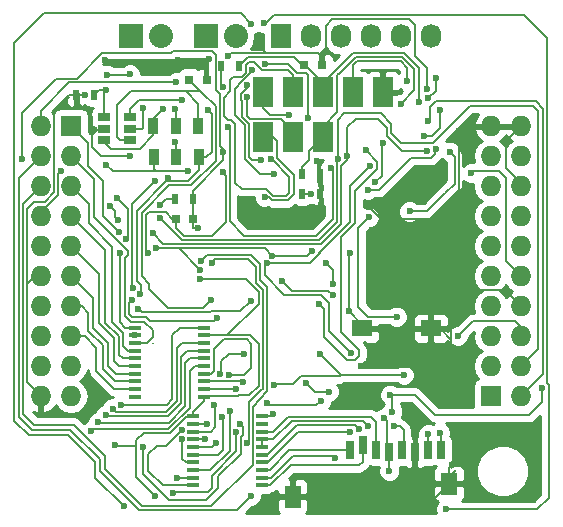
<source format=gbr>
G04 #@! TF.FileFunction,Copper,L2,Bot,Signal*
%FSLAX46Y46*%
G04 Gerber Fmt 4.6, Leading zero omitted, Abs format (unit mm)*
G04 Created by KiCad (PCBNEW 4.0.0-rc2-stable) date 7/27/2016 7:09:46 AM*
%MOMM*%
G01*
G04 APERTURE LIST*
%ADD10C,0.100000*%
%ADD11R,0.800000X0.750000*%
%ADD12R,2.032000X2.032000*%
%ADD13O,2.032000X2.032000*%
%ADD14R,1.727200X1.727200*%
%ADD15O,1.727200X1.727200*%
%ADD16R,1.700000X2.500000*%
%ADD17R,1.727200X2.032000*%
%ADD18O,1.727200X2.032000*%
%ADD19R,0.500000X0.900000*%
%ADD20R,0.889000X1.399540*%
%ADD21R,0.899160X1.399540*%
%ADD22R,0.990600X0.304800*%
%ADD23R,0.749300X1.501140*%
%ADD24R,1.399540X1.899920*%
%ADD25R,1.800860X1.399540*%
%ADD26R,1.060000X0.650000*%
%ADD27C,0.600000*%
%ADD28C,0.160000*%
%ADD29C,0.250000*%
%ADD30C,0.254000*%
G04 APERTURE END LIST*
D10*
D11*
X135386760Y-98036060D03*
X133886760Y-98036060D03*
X136527220Y-86258080D03*
X135027220Y-86258080D03*
X144742720Y-85031260D03*
X146242720Y-85031260D03*
D12*
X130080000Y-82570000D03*
D13*
X132620000Y-82570000D03*
D14*
X125000000Y-90190000D03*
D15*
X122460000Y-90190000D03*
X125000000Y-92730000D03*
X122460000Y-92730000D03*
X125000000Y-95270000D03*
X122460000Y-95270000D03*
X125000000Y-97810000D03*
X122460000Y-97810000D03*
X125000000Y-100350000D03*
X122460000Y-100350000D03*
X125000000Y-102890000D03*
X122460000Y-102890000D03*
X125000000Y-105430000D03*
X122460000Y-105430000D03*
X125000000Y-107970000D03*
X122460000Y-107970000D03*
X125000000Y-110510000D03*
X122460000Y-110510000D03*
X125000000Y-113050000D03*
X122460000Y-113050000D03*
D12*
X136430000Y-82570000D03*
D13*
X138970000Y-82570000D03*
D16*
X151420000Y-87335000D03*
X141260000Y-87335000D03*
X148880000Y-87335000D03*
X146340000Y-87335000D03*
X143800000Y-87335000D03*
D17*
X142780000Y-82570000D03*
D18*
X145320000Y-82570000D03*
X147860000Y-82570000D03*
X150400000Y-82570000D03*
X152940000Y-82570000D03*
X155480000Y-82570000D03*
D16*
X141260000Y-91145000D03*
X143800000Y-91145000D03*
D14*
X160560000Y-113050000D03*
D15*
X163100000Y-113050000D03*
X160560000Y-110510000D03*
X163100000Y-110510000D03*
X160560000Y-107970000D03*
X163100000Y-107970000D03*
X160560000Y-105430000D03*
X163100000Y-105430000D03*
X160560000Y-102890000D03*
X163100000Y-102890000D03*
X160560000Y-100350000D03*
X163100000Y-100350000D03*
X160560000Y-97810000D03*
X163100000Y-97810000D03*
X160560000Y-95270000D03*
X163100000Y-95270000D03*
X160560000Y-92730000D03*
X163100000Y-92730000D03*
X160560000Y-90190000D03*
X163100000Y-90190000D03*
D16*
X146340000Y-91145000D03*
D19*
X126951420Y-87571260D03*
X125451420Y-87571260D03*
X133802940Y-96407920D03*
X135302940Y-96407920D03*
X144605560Y-95912620D03*
X146105560Y-95912620D03*
X144575080Y-94251460D03*
X146075080Y-94251460D03*
X137747560Y-85076980D03*
X139247560Y-85076980D03*
D20*
X135812780Y-92818900D03*
D21*
X132012940Y-92818900D03*
D20*
X133912860Y-92818900D03*
X135789920Y-90190000D03*
D21*
X131990080Y-90190000D03*
D20*
X133890000Y-90190000D03*
D22*
X135374020Y-120607960D03*
X135374020Y-119957960D03*
X135374020Y-119307960D03*
X135374020Y-118657960D03*
X135374020Y-118007960D03*
X135374020Y-117357960D03*
X135374020Y-116707960D03*
X135374020Y-116057960D03*
X141209620Y-116057960D03*
X141209620Y-116707960D03*
X141209620Y-117357960D03*
X141209620Y-118007960D03*
X141209620Y-118657960D03*
X141209620Y-119307960D03*
X141209620Y-119957960D03*
X141209620Y-120607960D03*
X135374020Y-115407960D03*
X135374020Y-114757960D03*
X141209620Y-115407960D03*
X141209620Y-114757960D03*
D23*
X155220920Y-117622000D03*
X156320740Y-117622000D03*
X154121100Y-117822660D03*
X153021280Y-117622000D03*
X148622000Y-117622000D03*
X149721820Y-117223220D03*
X150821640Y-117622000D03*
X151921460Y-117822660D03*
D24*
X157021780Y-120471880D03*
X143773140Y-121571700D03*
D25*
X155472380Y-107322300D03*
X149671020Y-107322300D03*
D26*
X127806520Y-91368600D03*
X127806520Y-90418600D03*
X127806520Y-89468600D03*
X130006520Y-89468600D03*
X130006520Y-91368600D03*
X130006520Y-90418600D03*
D22*
X136299800Y-107267500D03*
X136299800Y-107917500D03*
X136299800Y-108567500D03*
X136299800Y-109217500D03*
X136299800Y-109867500D03*
X136299800Y-110517500D03*
X136299800Y-111167500D03*
X136299800Y-111817500D03*
X130464200Y-111817500D03*
X130464200Y-111167500D03*
X130464200Y-110517500D03*
X130464200Y-109867500D03*
X130464200Y-109217500D03*
X130464200Y-108567500D03*
X130464200Y-107917500D03*
X130464200Y-107267500D03*
X136299800Y-112467500D03*
X136299800Y-113117500D03*
X130464200Y-112467500D03*
X130464200Y-113117500D03*
D27*
X137850000Y-94110000D03*
X157840000Y-109480000D03*
X140860000Y-83390000D03*
X141450000Y-84910000D03*
X145110000Y-89470000D03*
X138335000Y-84221000D03*
X151670000Y-87142000D03*
X155124400Y-87040400D03*
X131553200Y-100959600D03*
X149536400Y-110510000D03*
X157867600Y-90647200D03*
X150247600Y-97048000D03*
X148672800Y-100959600D03*
X148520400Y-105887200D03*
X157258000Y-118892000D03*
X154187140Y-114276820D03*
X142117060Y-114574000D03*
X145822920Y-93174500D03*
X146155660Y-97230880D03*
X126229360Y-87545860D03*
X127905760Y-84619780D03*
X134039860Y-84589300D03*
X136691620Y-84487700D03*
X133856980Y-91551440D03*
X129993640Y-92727460D03*
X152556460Y-120812240D03*
X141639540Y-113667220D03*
X146211540Y-113438620D03*
X158919160Y-94175260D03*
X142909540Y-103273540D03*
X147207220Y-104530840D03*
X147220000Y-103580000D03*
X146610000Y-101800000D03*
X145380000Y-100800000D03*
X151550000Y-114920000D03*
X130464200Y-107917500D03*
X129630000Y-99770000D03*
X128880000Y-96280000D03*
X153498800Y-86380000D03*
X155937200Y-86126000D03*
X154921200Y-91053600D03*
X156242000Y-88818400D03*
X155276800Y-87853200D03*
X137903200Y-86888000D03*
X139935200Y-87700800D03*
X152584400Y-106344400D03*
X150247600Y-97911600D03*
X142068800Y-101213600D03*
X132213600Y-100553200D03*
X135972800Y-102382000D03*
X147402800Y-118282400D03*
X157766000Y-107970000D03*
X143796000Y-90952000D03*
X151972260Y-119394920D03*
X141611600Y-101823200D03*
X148715980Y-109392400D03*
X150364440Y-93560580D03*
X164900000Y-112390000D03*
X152205940Y-114368260D03*
X152023060Y-112950940D03*
X146828760Y-112674080D03*
X144908520Y-111942560D03*
X132828280Y-88734580D03*
X135740000Y-98850000D03*
X128710000Y-117190000D03*
X120830000Y-92990000D03*
X132160000Y-121540000D03*
X134030000Y-119950000D03*
X135972800Y-103166860D03*
X137872720Y-92399800D03*
X142240000Y-112100000D03*
X153194000Y-111272000D03*
X146082000Y-109494000D03*
X154514800Y-88132600D03*
X150156160Y-95607820D03*
X155937200Y-92120400D03*
X140290000Y-81520000D03*
X140360000Y-85420000D03*
X129470000Y-122380000D03*
X142220000Y-94270000D03*
X141390000Y-81500000D03*
X139940000Y-86760000D03*
X156790000Y-122630000D03*
X141120000Y-93080000D03*
X155180280Y-92326140D03*
X155276800Y-89732800D03*
X131944360Y-99275580D03*
X148395940Y-92740160D03*
X132589520Y-98015740D03*
X147606000Y-92978920D03*
X136897360Y-104888980D03*
X136943080Y-101769860D03*
X139908530Y-116998430D03*
X140224760Y-121525980D03*
X136003280Y-101617460D03*
X124140000Y-93990000D03*
X128000000Y-93450000D03*
X134908540Y-93984760D03*
X128312160Y-96992120D03*
X129013200Y-98165600D03*
X145365720Y-95950720D03*
X141410940Y-96179320D03*
X140240000Y-104985500D03*
X130725160Y-105666220D03*
X128012440Y-87157240D03*
X128035300Y-85838980D03*
X130001260Y-85823740D03*
X132561580Y-96895600D03*
X133201660Y-94632460D03*
X130839460Y-104447020D03*
X136638280Y-88871740D03*
X134443720Y-87987820D03*
X131078220Y-88648220D03*
X138291820Y-90248420D03*
X146988780Y-93756160D03*
X157105600Y-92374400D03*
X153676600Y-97426460D03*
X152929840Y-88300240D03*
X150758140Y-94952500D03*
X151443940Y-91653040D03*
X134410000Y-115910000D03*
X138440000Y-114320000D03*
X134410000Y-116690000D03*
X137820000Y-114820000D03*
X137293600Y-117045420D03*
X136389360Y-116674580D03*
X139000480Y-116115780D03*
X133670000Y-121240000D03*
X137160000Y-113840000D03*
X152330000Y-115570000D03*
X150189180Y-115587460D03*
X149424640Y-115816060D03*
X155241240Y-116273260D03*
X156236920Y-116158960D03*
X148611840Y-116136100D03*
X136523980Y-115404580D03*
X130181600Y-104894060D03*
X137334240Y-106484100D03*
X139330680Y-115394420D03*
X131136640Y-117406100D03*
X149960580Y-92224540D03*
X146041360Y-105267440D03*
X129277360Y-113773900D03*
X128545840Y-114109180D03*
X127943860Y-114673060D03*
X138395960Y-111249140D03*
X127334260Y-115282660D03*
X139655800Y-109460980D03*
X137598400Y-111228820D03*
X126717040Y-116029420D03*
X139000480Y-112432780D03*
X139579600Y-111843500D03*
X143435320Y-89245120D03*
X141957040Y-93001780D03*
X133844280Y-88770140D03*
X133884920Y-86494300D03*
X130267960Y-103906000D03*
X132165340Y-94822960D03*
X129089400Y-99153660D03*
X129150360Y-100962140D03*
D28*
X131921500Y-108567500D02*
X131928520Y-108567500D01*
X133886760Y-98036060D02*
X133886760Y-98826058D01*
X138131838Y-94391838D02*
X137850000Y-94110000D01*
X138131838Y-98328162D02*
X138131838Y-94391838D01*
X136970000Y-99490000D02*
X138131838Y-98328162D01*
X134550702Y-99490000D02*
X136970000Y-99490000D01*
X133886760Y-98826058D02*
X134550702Y-99490000D01*
X157207200Y-108420000D02*
X157207200Y-108847200D01*
X157207200Y-108847200D02*
X157840000Y-109480000D01*
X155472380Y-107322300D02*
X156222300Y-107322300D01*
X156222300Y-107322300D02*
X157207200Y-108307200D01*
X161779200Y-104109200D02*
X163100000Y-105430000D01*
X158832800Y-104109200D02*
X161779200Y-104109200D01*
X157207200Y-105734800D02*
X158832800Y-104109200D01*
X157207200Y-108427200D02*
X157207200Y-108420000D01*
X157207200Y-108420000D02*
X157207200Y-105734800D01*
X157207200Y-108307200D02*
X157207200Y-108427200D01*
X143975000Y-85505000D02*
X143945000Y-85505000D01*
X142090000Y-83970000D02*
X142090000Y-84030500D01*
X142029500Y-84030500D02*
X142090000Y-83970000D01*
X141500500Y-84030500D02*
X142029500Y-84030500D01*
X140860000Y-83390000D02*
X141500500Y-84030500D01*
X143350000Y-84910000D02*
X141450000Y-84910000D01*
X143945000Y-85505000D02*
X143350000Y-84910000D01*
X144160000Y-85690000D02*
X143975000Y-85505000D01*
X143975000Y-85505000D02*
X143930000Y-85460000D01*
X144900000Y-85690000D02*
X144160000Y-85690000D01*
X145110000Y-85900000D02*
X144900000Y-85690000D01*
X145110000Y-89470000D02*
X145110000Y-85900000D01*
X138335000Y-84221000D02*
X138525500Y-84030500D01*
X138525500Y-84030500D02*
X142090000Y-84030500D01*
X145955000Y-84030500D02*
X146242720Y-84318220D01*
X142090000Y-84030500D02*
X145955000Y-84030500D01*
X121896000Y-96596000D02*
X122774000Y-96596000D01*
X123830000Y-88590000D02*
X123830000Y-88566000D01*
X123570000Y-88850000D02*
X123830000Y-88590000D01*
X123570000Y-95800000D02*
X123570000Y-88850000D01*
X122774000Y-96596000D02*
X123570000Y-95800000D01*
X151670000Y-87142000D02*
X151477000Y-87335000D01*
X151477000Y-87335000D02*
X151420000Y-87335000D01*
X146242720Y-85031260D02*
X146242720Y-84318220D01*
X146242720Y-84318220D02*
X146242720Y-84187280D01*
X146242720Y-84187280D02*
X146590000Y-83840000D01*
X146590000Y-83840000D02*
X146590000Y-81706400D01*
X146590000Y-81706400D02*
X147148800Y-81147600D01*
X147148800Y-81147600D02*
X153651200Y-81147600D01*
X153651200Y-81147600D02*
X154108400Y-81604800D01*
X154108400Y-81604800D02*
X154108400Y-84297200D01*
X154108400Y-84297200D02*
X155124400Y-85313200D01*
X155124400Y-85313200D02*
X155124400Y-87040400D01*
X133886760Y-98036060D02*
X133608060Y-98036060D01*
X133608060Y-98036060D02*
X133026400Y-97454400D01*
X133026400Y-97454400D02*
X131659842Y-97454400D01*
X131659842Y-97454400D02*
X131350000Y-97764242D01*
X131350000Y-97764242D02*
X131350000Y-100756400D01*
X131350000Y-100756400D02*
X131553200Y-100959600D01*
X155472380Y-107322300D02*
X155472380Y-109704820D01*
X149638000Y-110611600D02*
X149536400Y-110510000D01*
X154565600Y-110611600D02*
X149638000Y-110611600D01*
X155472380Y-109704820D02*
X154565600Y-110611600D01*
X157867600Y-95574800D02*
X157867600Y-90647200D01*
X155378400Y-98064000D02*
X157867600Y-95574800D01*
X151263600Y-98064000D02*
X155378400Y-98064000D01*
X150247600Y-97048000D02*
X151263600Y-98064000D01*
X148520400Y-105887200D02*
X148520400Y-101112000D01*
X148520400Y-101112000D02*
X148672800Y-100959600D01*
X148520400Y-105887200D02*
X149671020Y-107037820D01*
X149671020Y-107037820D02*
X149671020Y-107322300D01*
X121283942Y-103558058D02*
X121283942Y-97208058D01*
X124824740Y-87571260D02*
X125451420Y-87571260D01*
X123830000Y-88566000D02*
X124824740Y-87571260D01*
X123730000Y-88666000D02*
X123830000Y-88566000D01*
X121283942Y-97208058D02*
X121896000Y-96596000D01*
X121896000Y-96596000D02*
X121952000Y-96540000D01*
X122460000Y-102890000D02*
X121952000Y-102890000D01*
X121952000Y-102890000D02*
X121283942Y-103558058D01*
X121283942Y-103558058D02*
X121283942Y-111873942D01*
X121283942Y-111873942D02*
X122460000Y-113050000D01*
X163100000Y-95270000D02*
X163100000Y-95016000D01*
X163100000Y-95016000D02*
X161830000Y-93746000D01*
X161830000Y-93746000D02*
X161830000Y-91460000D01*
X161830000Y-91460000D02*
X163100000Y-90190000D01*
X157021780Y-119128220D02*
X157021780Y-120471880D01*
X157258000Y-118892000D02*
X157021780Y-119128220D01*
X136527220Y-86258080D02*
X136527220Y-84652100D01*
X136527220Y-84652100D02*
X136691620Y-84487700D01*
X154187140Y-114276820D02*
X154121100Y-114342860D01*
X154121100Y-114342860D02*
X154121100Y-117822660D01*
X141209620Y-114757960D02*
X141933100Y-114757960D01*
X141933100Y-114757960D02*
X142117060Y-114574000D01*
X146075080Y-94251460D02*
X146075080Y-93426660D01*
X146075080Y-93426660D02*
X145822920Y-93174500D01*
X146105560Y-95912620D02*
X146105560Y-94281940D01*
X146105560Y-94281940D02*
X146075080Y-94251460D01*
X146105560Y-97180780D02*
X146105560Y-95912620D01*
X146155660Y-97230880D02*
X146105560Y-97180780D01*
X125451420Y-87571260D02*
X126203960Y-87571260D01*
X126203960Y-87571260D02*
X126229360Y-87545860D01*
X127905760Y-84619780D02*
X127936240Y-84589300D01*
X127936240Y-84589300D02*
X134039860Y-84589300D01*
X134039860Y-84589300D02*
X134141460Y-84487700D01*
X134141460Y-84487700D02*
X136691620Y-84487700D01*
X125451420Y-87571260D02*
X125451420Y-88060780D01*
X125451420Y-88060780D02*
X126772722Y-89382082D01*
X126772722Y-89382082D02*
X126772722Y-90909018D01*
X127806520Y-90418600D02*
X127263140Y-90418600D01*
X133912860Y-91607320D02*
X133912860Y-92818900D01*
X133856980Y-91551440D02*
X133912860Y-91607320D01*
X127570480Y-92727460D02*
X129993640Y-92727460D01*
X126772722Y-91929702D02*
X127570480Y-92727460D01*
X126772722Y-90909018D02*
X126772722Y-91929702D01*
X127263140Y-90418600D02*
X126772722Y-90909018D01*
X152729180Y-120639520D02*
X154121100Y-120639520D01*
X152556460Y-120812240D02*
X152729180Y-120639520D01*
X154121100Y-117822660D02*
X154121100Y-120639520D01*
X154121100Y-120639520D02*
X154121100Y-120685240D01*
X155675580Y-121599640D02*
X155675580Y-121571700D01*
X155035500Y-121599640D02*
X155675580Y-121599640D01*
X154121100Y-120685240D02*
X155035500Y-121599640D01*
X155472380Y-107322300D02*
X149671020Y-107322300D01*
X157021780Y-120471880D02*
X157021780Y-119923240D01*
X157021780Y-119923240D02*
X157608520Y-119336500D01*
X143773140Y-121571700D02*
X155675580Y-121571700D01*
X155675580Y-121571700D02*
X155921960Y-121571700D01*
X155921960Y-121571700D02*
X157021780Y-120471880D01*
X141639540Y-113667220D02*
X141822420Y-113850100D01*
X141822420Y-113850100D02*
X145800060Y-113850100D01*
X145800060Y-113850100D02*
X146211540Y-113438620D01*
X161845240Y-101635240D02*
X163100000Y-102890000D01*
X161845240Y-94632460D02*
X161845240Y-101635240D01*
X161220400Y-94007620D02*
X161845240Y-94632460D01*
X159086800Y-94007620D02*
X161220400Y-94007620D01*
X158919160Y-94175260D02*
X159086800Y-94007620D01*
X143755360Y-104119360D02*
X142909540Y-103273540D01*
X146795740Y-104119360D02*
X143755360Y-104119360D01*
X147207220Y-104530840D02*
X146795740Y-104119360D01*
X142068800Y-101213600D02*
X144966400Y-101213600D01*
X147220000Y-102410000D02*
X147220000Y-103580000D01*
X146610000Y-101800000D02*
X147220000Y-102410000D01*
X144966400Y-101213600D02*
X145380000Y-100800000D01*
X151780000Y-115150000D02*
X151780000Y-117681200D01*
X151550000Y-114920000D02*
X151780000Y-115150000D01*
X151780000Y-117681200D02*
X151921460Y-117822660D01*
X129850000Y-99550000D02*
X129630000Y-99770000D01*
X129850000Y-97250000D02*
X129850000Y-99550000D01*
X128880000Y-96280000D02*
X129850000Y-97250000D01*
X155937200Y-86126000D02*
X155937200Y-87192800D01*
X148880000Y-85055200D02*
X149231600Y-84703600D01*
X149231600Y-84703600D02*
X152940000Y-84703600D01*
X152940000Y-84703600D02*
X153498800Y-85262400D01*
X153498800Y-85262400D02*
X153498800Y-86380000D01*
X148880000Y-87335000D02*
X148880000Y-85055200D01*
X155581600Y-91053600D02*
X154921200Y-91053600D01*
X156292800Y-90342400D02*
X155581600Y-91053600D01*
X156292800Y-88869200D02*
X156292800Y-90342400D01*
X156242000Y-88818400D02*
X156292800Y-88869200D01*
X155937200Y-87192800D02*
X155276800Y-87853200D01*
X143800000Y-91145000D02*
X143800000Y-90600400D01*
X143800000Y-90600400D02*
X142780000Y-89580400D01*
X137747560Y-86732360D02*
X137747560Y-85076980D01*
X137903200Y-86888000D02*
X137747560Y-86732360D01*
X139935200Y-89326400D02*
X139935200Y-87700800D01*
X140189200Y-89580400D02*
X139935200Y-89326400D01*
X142780000Y-89580400D02*
X140189200Y-89580400D01*
X150196800Y-106344400D02*
X152584400Y-106344400D01*
X149333200Y-105480800D02*
X150196800Y-106344400D01*
X149333200Y-98826000D02*
X149333200Y-105480800D01*
X150247600Y-97911600D02*
X149333200Y-98826000D01*
X140798800Y-100553200D02*
X141408400Y-100553200D01*
X141408400Y-100553200D02*
X142068800Y-101213600D01*
X134144000Y-100553200D02*
X140798800Y-100553200D01*
X140798800Y-100553200D02*
X140849600Y-100553200D01*
X134144000Y-100553200D02*
X132213600Y-100553200D01*
X135972800Y-102382000D02*
X134144000Y-100553200D01*
X147301200Y-118130000D02*
X147301200Y-118180800D01*
X147301200Y-118180800D02*
X147402800Y-118282400D01*
X141209620Y-119957960D02*
X141968040Y-119957960D01*
X143796000Y-118130000D02*
X147301200Y-118130000D01*
X147301200Y-118130000D02*
X147352000Y-118130000D01*
X141968040Y-119957960D02*
X143796000Y-118130000D01*
X162592000Y-106700000D02*
X163100000Y-107208000D01*
X159036000Y-106700000D02*
X162592000Y-106700000D01*
X157766000Y-107970000D02*
X159036000Y-106700000D01*
X163100000Y-107208000D02*
X163100000Y-107970000D01*
D29*
X143796000Y-90952000D02*
X143800000Y-90956000D01*
X143800000Y-90956000D02*
X143800000Y-91145000D01*
D28*
X151921460Y-119344120D02*
X151921460Y-117822660D01*
X151972260Y-119394920D02*
X151921460Y-119344120D01*
X141433800Y-102834120D02*
X141433800Y-102001000D01*
X143061940Y-104462260D02*
X141433800Y-102834120D01*
X141611600Y-101823200D02*
X145218400Y-101823200D01*
X141433800Y-102001000D02*
X141611600Y-101823200D01*
X146132800Y-100908800D02*
X146132800Y-100860540D01*
X145218400Y-101823200D02*
X146132800Y-100908800D01*
X146155660Y-104462260D02*
X143061940Y-104462260D01*
X146894800Y-105201400D02*
X146155660Y-104462260D01*
X146894800Y-107571220D02*
X146894800Y-105201400D01*
X148715980Y-109392400D02*
X146894800Y-107571220D01*
X146132800Y-100860540D02*
X148657560Y-98335780D01*
X148657560Y-98335780D02*
X148657560Y-95267460D01*
X148657560Y-95267460D02*
X150364440Y-93560580D01*
X146036280Y-100957060D02*
X146132800Y-100860540D01*
X152023060Y-112950940D02*
X154130940Y-112950940D01*
X164900000Y-113580000D02*
X164900000Y-112390000D01*
X163820000Y-114660000D02*
X164900000Y-113580000D01*
X155840000Y-114660000D02*
X163820000Y-114660000D01*
X154130940Y-112950940D02*
X155840000Y-114660000D01*
X152205940Y-113133820D02*
X152205940Y-114368260D01*
X152023060Y-112950940D02*
X152205940Y-113133820D01*
X145640040Y-112674080D02*
X146828760Y-112674080D01*
X144908520Y-111942560D02*
X145640040Y-112674080D01*
X127806520Y-91368600D02*
X127806520Y-91576660D01*
X127806520Y-91576660D02*
X128378200Y-92148340D01*
X128378200Y-92148340D02*
X130831840Y-92148340D01*
X130831840Y-92148340D02*
X131990080Y-90990100D01*
X131990080Y-90990100D02*
X131990080Y-90190000D01*
X131990080Y-90190000D02*
X131990080Y-89572780D01*
X131990080Y-89572780D02*
X132828280Y-88734580D01*
X135386760Y-98830000D02*
X135720000Y-98830000D01*
X135720000Y-98830000D02*
X135740000Y-98850000D01*
X137872720Y-92399800D02*
X137872720Y-92112720D01*
X128780000Y-117260000D02*
X130560000Y-117260000D01*
X128710000Y-117190000D02*
X128780000Y-117260000D01*
X120830000Y-89050000D02*
X120830000Y-92990000D01*
X123710000Y-86170000D02*
X120830000Y-89050000D01*
X125490000Y-86170000D02*
X123710000Y-86170000D01*
X127620000Y-84040000D02*
X125490000Y-86170000D01*
X133450000Y-84040000D02*
X127620000Y-84040000D01*
X133650000Y-83840000D02*
X133450000Y-84040000D01*
X136940000Y-83840000D02*
X133650000Y-83840000D01*
X137250000Y-84150000D02*
X136940000Y-83840000D01*
X137250000Y-87130000D02*
X137250000Y-84150000D01*
X137640000Y-87520000D02*
X137250000Y-87130000D01*
X137640000Y-91880000D02*
X137640000Y-87520000D01*
X137872720Y-92112720D02*
X137640000Y-91880000D01*
X135374020Y-114757960D02*
X134796132Y-114757960D01*
X134796132Y-114757960D02*
X133379930Y-116174162D01*
X133379930Y-116174162D02*
X131175838Y-116174162D01*
X131175838Y-116174162D02*
X130560000Y-116790000D01*
X130560000Y-116790000D02*
X130560000Y-117260000D01*
X134037960Y-119957960D02*
X135374020Y-119957960D01*
X130560000Y-117260000D02*
X130560000Y-119940000D01*
X130560000Y-119940000D02*
X132160000Y-121540000D01*
X134030000Y-119950000D02*
X134037960Y-119957960D01*
X136397300Y-113020000D02*
X139130000Y-113020000D01*
X140137500Y-107917500D02*
X140900000Y-108680000D01*
X140900000Y-108680000D02*
X140900000Y-112180000D01*
X140900000Y-112180000D02*
X140080000Y-113000000D01*
X140080000Y-113000000D02*
X139150000Y-113000000D01*
X139150000Y-113000000D02*
X139130000Y-113020000D01*
X140137500Y-107917500D02*
X138260000Y-107917500D01*
X136397300Y-113020000D02*
X136299800Y-113117500D01*
X135972800Y-103166860D02*
X139864118Y-103166860D01*
X139864118Y-103166860D02*
X140920758Y-104223500D01*
X140920758Y-104223500D02*
X140920758Y-105257242D01*
X140920758Y-105257242D02*
X138260500Y-107917500D01*
X138260500Y-107917500D02*
X138260000Y-107917500D01*
X138260000Y-107917500D02*
X136299800Y-107917500D01*
X135386760Y-98036060D02*
X135386760Y-98830000D01*
X135386760Y-98830000D02*
X135386760Y-98849560D01*
X135302940Y-96407920D02*
X135302940Y-97952240D01*
X135302940Y-97952240D02*
X135386760Y-98036060D01*
X135302940Y-96407920D02*
X135302940Y-95678240D01*
X137872720Y-93108460D02*
X137872720Y-92399800D01*
X135302940Y-95678240D02*
X137872720Y-93108460D01*
X135374020Y-114757960D02*
X135374020Y-114367600D01*
X136299800Y-113441820D02*
X136299800Y-113117500D01*
X135374020Y-114367600D02*
X136299800Y-113441820D01*
X147752000Y-111380000D02*
X147860000Y-111272000D01*
X144470000Y-111380000D02*
X147752000Y-111380000D01*
X143780000Y-112070000D02*
X144470000Y-111380000D01*
X142270000Y-112070000D02*
X143780000Y-112070000D01*
X142240000Y-112100000D02*
X142270000Y-112070000D01*
X147860000Y-111272000D02*
X153194000Y-111272000D01*
X146082000Y-109494000D02*
X147860000Y-111272000D01*
X144742720Y-85031260D02*
X144601260Y-85031260D01*
X144601260Y-85031260D02*
X143920502Y-84350502D01*
X139974038Y-84350502D02*
X139247560Y-85076980D01*
X143920502Y-84350502D02*
X139974038Y-84350502D01*
X153829000Y-92895100D02*
X155518100Y-92895100D01*
X148914100Y-84010180D02*
X153219400Y-84010180D01*
X153219400Y-84010180D02*
X154499560Y-85290340D01*
X154499560Y-85290340D02*
X154499560Y-88117360D01*
X154499560Y-88117360D02*
X154514800Y-88132600D01*
X153829000Y-92895100D02*
X151116280Y-95607820D01*
X151116280Y-95607820D02*
X150156160Y-95607820D01*
X148914100Y-84010180D02*
X146340000Y-86584280D01*
X155835600Y-92222000D02*
X155937200Y-92120400D01*
X155835600Y-92577600D02*
X155835600Y-92222000D01*
X155518100Y-92895100D02*
X155835600Y-92577600D01*
X144742720Y-85031260D02*
X144834860Y-85031260D01*
X144834860Y-85031260D02*
X146340000Y-86536400D01*
X146340000Y-86536400D02*
X146340000Y-87335000D01*
X144697000Y-85076980D02*
X144742720Y-85031260D01*
X146340000Y-87335000D02*
X146340000Y-86584280D01*
X146340000Y-87335000D02*
X146340000Y-88359740D01*
X140290000Y-81520000D02*
X140260000Y-81520000D01*
X139500000Y-86400000D02*
X139520000Y-86400000D01*
X138860000Y-87040000D02*
X139500000Y-86400000D01*
X142220000Y-94270000D02*
X141010000Y-94270000D01*
X138860000Y-89270000D02*
X138860000Y-88090000D01*
X139720000Y-90130000D02*
X138860000Y-89270000D01*
X139720000Y-92980000D02*
X139720000Y-90130000D01*
X141010000Y-94270000D02*
X139720000Y-92980000D01*
X138860000Y-88090000D02*
X138860000Y-87040000D01*
X140360000Y-85560000D02*
X140360000Y-85420000D01*
X139520000Y-86400000D02*
X140360000Y-85560000D01*
X127040000Y-119950000D02*
X129470000Y-122380000D01*
X127040000Y-118620000D02*
X127040000Y-119950000D01*
X124770000Y-116350000D02*
X127040000Y-118620000D01*
X121430000Y-116350000D02*
X124770000Y-116350000D01*
X120220000Y-115140000D02*
X121430000Y-116350000D01*
X120220000Y-83130000D02*
X120220000Y-115140000D01*
X122710000Y-80640000D02*
X120220000Y-83130000D01*
X139380000Y-80640000D02*
X122710000Y-80640000D01*
X140260000Y-81520000D02*
X139380000Y-80640000D01*
X142230000Y-94260000D02*
X142240000Y-94260000D01*
X142220000Y-94270000D02*
X142230000Y-94260000D01*
X141390000Y-81500000D02*
X141500000Y-81500000D01*
X139960000Y-86880000D02*
X139960000Y-86780000D01*
X139490000Y-88070000D02*
X139370000Y-87950000D01*
X139370000Y-87950000D02*
X139370000Y-87470000D01*
X139370000Y-87470000D02*
X139960000Y-86880000D01*
X139490000Y-88540000D02*
X139490000Y-88070000D01*
X139960000Y-86780000D02*
X139940000Y-86760000D01*
X164510000Y-122630000D02*
X156790000Y-122630000D01*
X165480000Y-121660000D02*
X164510000Y-122630000D01*
X165480000Y-112110000D02*
X165480000Y-121660000D01*
X165320000Y-111950000D02*
X165480000Y-112110000D01*
X165320000Y-82730000D02*
X165320000Y-111950000D01*
X163370000Y-80780000D02*
X165320000Y-82730000D01*
X142220000Y-80780000D02*
X163370000Y-80780000D01*
X141500000Y-81500000D02*
X142220000Y-80780000D01*
X141120000Y-93080000D02*
X140360000Y-93080000D01*
X139490000Y-89400000D02*
X139490000Y-88540000D01*
X139490000Y-88540000D02*
X139490000Y-88530000D01*
X140100000Y-90010000D02*
X139490000Y-89400000D01*
X140100000Y-92820000D02*
X140100000Y-90010000D01*
X140360000Y-93080000D02*
X140100000Y-92820000D01*
X141120000Y-93080000D02*
X141000000Y-92960000D01*
X148395940Y-90311920D02*
X149124920Y-89582940D01*
X149124920Y-89582940D02*
X151014680Y-89582940D01*
X151014680Y-89582940D02*
X151786840Y-90355100D01*
X151786840Y-90355100D02*
X151786840Y-91066300D01*
X151786840Y-91066300D02*
X153046680Y-92326140D01*
X153046680Y-92326140D02*
X155180280Y-92326140D01*
X148395940Y-92740160D02*
X148395940Y-90311920D01*
X158375600Y-88107200D02*
X158375600Y-88099580D01*
X155886400Y-88107200D02*
X158375600Y-88107200D01*
X155378400Y-88615200D02*
X155886400Y-88107200D01*
X155378400Y-89631200D02*
X155378400Y-88615200D01*
X155276800Y-89732800D02*
X155378400Y-89631200D01*
X148395940Y-92740160D02*
X148395940Y-93057462D01*
X146214278Y-100159302D02*
X144845020Y-100159302D01*
X147902982Y-98470598D02*
X146214278Y-100159302D01*
X147902982Y-93550420D02*
X147902982Y-98470598D01*
X148395940Y-93057462D02*
X147902982Y-93550420D01*
X131944360Y-99275580D02*
X132833360Y-100164580D01*
X132833360Y-100164580D02*
X144913600Y-100164580D01*
X164974520Y-111175480D02*
X163100000Y-113050000D01*
X158375600Y-88099580D02*
X164364920Y-88099580D01*
X164364920Y-88099580D02*
X164974520Y-88709180D01*
X164974520Y-88709180D02*
X164974520Y-111175480D01*
X158086040Y-88099580D02*
X158375600Y-88099580D01*
X148395940Y-92740160D02*
X148291800Y-92844300D01*
X145675600Y-99829300D02*
X146031200Y-99829300D01*
X132589520Y-98015740D02*
X134403080Y-99829300D01*
X134403080Y-99829300D02*
X145675600Y-99829300D01*
X146031200Y-99829300D02*
X147572980Y-98287520D01*
X147572980Y-93011940D02*
X147606000Y-92978920D01*
X147572980Y-93011940D02*
X147572980Y-98287520D01*
X147572980Y-98287520D02*
X147572980Y-98292600D01*
X147606000Y-92978920D02*
X147606000Y-89669300D01*
X147606000Y-89669300D02*
X148144480Y-89130820D01*
X148144480Y-89130820D02*
X151253440Y-89130820D01*
X151253440Y-89130820D02*
X152137360Y-90014740D01*
X152137360Y-90014740D02*
X152137360Y-90791980D01*
X152137360Y-90791980D02*
X152975560Y-91630180D01*
X152975560Y-91630180D02*
X155642560Y-91630180D01*
X155642560Y-91630180D02*
X158797240Y-88475500D01*
X158797240Y-88475500D02*
X164116000Y-88475500D01*
X164116000Y-88475500D02*
X164557960Y-88917460D01*
X164557960Y-88917460D02*
X164557960Y-109052040D01*
X164557960Y-109052040D02*
X163100000Y-110510000D01*
X135027220Y-86258080D02*
X135027220Y-86298020D01*
X135027220Y-86298020D02*
X136061700Y-87332500D01*
X136061700Y-87332500D02*
X136061700Y-87289320D01*
X136173460Y-105612880D02*
X133255000Y-105612880D01*
X136897360Y-104888980D02*
X136173460Y-105612880D01*
X131654800Y-103563100D02*
X130984240Y-102892540D01*
X131654800Y-104012680D02*
X131654800Y-103563100D01*
X133255000Y-105612880D02*
X131654800Y-104012680D01*
X136013440Y-87241060D02*
X134558020Y-87241060D01*
X137293600Y-88521220D02*
X136061700Y-87289320D01*
X136061700Y-87289320D02*
X136013440Y-87241060D01*
X137293600Y-93116080D02*
X137293600Y-88521220D01*
X135182860Y-95226820D02*
X137293600Y-93116080D01*
X133277860Y-95226820D02*
X135182860Y-95226820D01*
X130984240Y-97520440D02*
X133277860Y-95226820D01*
X130984240Y-102892540D02*
X130984240Y-97520440D01*
X130006520Y-91368600D02*
X129183420Y-91368600D01*
X135789920Y-88312940D02*
X135789920Y-90190000D01*
X134718040Y-87241060D02*
X135789920Y-88312940D01*
X130085080Y-87241060D02*
X134558020Y-87241060D01*
X134558020Y-87241060D02*
X134718040Y-87241060D01*
X128896360Y-88429780D02*
X130085080Y-87241060D01*
X128896360Y-91081540D02*
X128896360Y-88429780D01*
X129183420Y-91368600D02*
X128896360Y-91081540D01*
X140016480Y-101482840D02*
X140669260Y-102135620D01*
X140669260Y-102135620D02*
X140669260Y-103474002D01*
X137230100Y-101482840D02*
X140016480Y-101482840D01*
X141240760Y-112432780D02*
X141240760Y-112044160D01*
X136943080Y-101769860D02*
X137230100Y-101482840D01*
X140669260Y-103474002D02*
X141240760Y-104045502D01*
X141240760Y-104045502D02*
X141240760Y-112044160D01*
X140224760Y-121525980D02*
X139046200Y-122704540D01*
X139046200Y-122704540D02*
X130735320Y-122704540D01*
X130735320Y-122704540D02*
X127443480Y-119412700D01*
X127443480Y-119412700D02*
X127443480Y-118417020D01*
X127443480Y-118417020D02*
X124923800Y-115897340D01*
X124923800Y-115897340D02*
X121713240Y-115897340D01*
X121713240Y-115897340D02*
X120615960Y-114800060D01*
X120615960Y-114800060D02*
X120615960Y-94574040D01*
X122460000Y-92730000D02*
X120615960Y-94574040D01*
X141240760Y-112432780D02*
X141228060Y-112432780D01*
X140085060Y-116821900D02*
X139908530Y-116998430D01*
X139908530Y-116998430D02*
X139902180Y-117004780D01*
X140085060Y-113575780D02*
X140085060Y-116821900D01*
X141228060Y-112432780D02*
X140085060Y-113575780D01*
X141240760Y-112432780D02*
X141240760Y-112468340D01*
X140222220Y-101104380D02*
X141004540Y-101886700D01*
X141004540Y-101886700D02*
X141004540Y-103220200D01*
X139175740Y-101104380D02*
X139239240Y-101104380D01*
X139175740Y-101104380D02*
X140222220Y-101104380D01*
X136516360Y-101104380D02*
X139175740Y-101104380D01*
X120963940Y-96766060D02*
X122460000Y-95270000D01*
X120963940Y-114535900D02*
X120963940Y-96766060D01*
X121916440Y-115488400D02*
X120963940Y-114535900D01*
X125231140Y-115488400D02*
X121916440Y-115488400D01*
X127898140Y-118155400D02*
X125231140Y-115488400D01*
X127898140Y-119222200D02*
X127898140Y-118155400D01*
X131022340Y-122346400D02*
X127898140Y-119222200D01*
X136889740Y-122346400D02*
X131022340Y-122346400D01*
X140434074Y-118931366D02*
X136889740Y-122346400D01*
X140450527Y-113954046D02*
X140434074Y-118931366D01*
X141614140Y-112630900D02*
X140450527Y-113954046D01*
X141614140Y-103829800D02*
X141614140Y-112630900D01*
X141004540Y-103220200D02*
X141614140Y-103829800D01*
X136003280Y-101617460D02*
X136516360Y-101104380D01*
X122460000Y-97810000D02*
X122460000Y-97440000D01*
X122460000Y-97440000D02*
X123890002Y-96009998D01*
X123890002Y-96009998D02*
X123890002Y-94239998D01*
X123890002Y-94239998D02*
X124140000Y-93990000D01*
X128000000Y-93450000D02*
X128534760Y-93984760D01*
X128534760Y-93984760D02*
X132195820Y-93984760D01*
X132012940Y-93748540D02*
X132012940Y-93801880D01*
X132195820Y-93984760D02*
X134908540Y-93984760D01*
X132012940Y-93801880D02*
X132195820Y-93984760D01*
X132012940Y-93771400D02*
X132012940Y-93748540D01*
X132012940Y-93748540D02*
X132012940Y-92818900D01*
X128708400Y-97388360D02*
X128312160Y-96992120D01*
X128708400Y-97860800D02*
X128708400Y-97388360D01*
X129013200Y-98165600D02*
X128708400Y-97860800D01*
X142490000Y-92230000D02*
X142490000Y-91490000D01*
X142145000Y-91145000D02*
X141260000Y-91145000D01*
X142490000Y-91490000D02*
X142145000Y-91145000D01*
X141410940Y-96179320D02*
X141749320Y-96179320D01*
X142490000Y-92890000D02*
X142490000Y-92230000D01*
X142490000Y-92230000D02*
X142490000Y-92210000D01*
X143910000Y-94310000D02*
X142490000Y-92890000D01*
X143910000Y-95960000D02*
X143910000Y-94310000D01*
X143390000Y-96480000D02*
X143910000Y-95960000D01*
X142050000Y-96480000D02*
X143390000Y-96480000D01*
X141749320Y-96179320D02*
X142050000Y-96480000D01*
X144605560Y-95912620D02*
X145327620Y-95912620D01*
X145327620Y-95912620D02*
X145365720Y-95950720D01*
X141410940Y-96179320D02*
X141260000Y-96028380D01*
X136864340Y-105874500D02*
X136767820Y-105971020D01*
X139351000Y-105874500D02*
X136864340Y-105874500D01*
X140240000Y-104985500D02*
X139351000Y-105874500D01*
X126951420Y-87571260D02*
X126965960Y-87571260D01*
X126965960Y-87571260D02*
X127379980Y-87157240D01*
X127379980Y-87157240D02*
X128012440Y-87157240D01*
X130725160Y-105666220D02*
X131029960Y-105971020D01*
X131029960Y-105971020D02*
X136767820Y-105971020D01*
X127806520Y-87363160D02*
X127806520Y-89468600D01*
X128012440Y-87157240D02*
X127806520Y-87363160D01*
X129986020Y-85838980D02*
X128035300Y-85838980D01*
X130001260Y-85823740D02*
X129986020Y-85838980D01*
X133056880Y-94845820D02*
X133056880Y-94777240D01*
X133049260Y-96407920D02*
X133802940Y-96407920D01*
X132561580Y-96895600D02*
X133049260Y-96407920D01*
X133056880Y-94777240D02*
X133201660Y-94632460D01*
X130908040Y-104378440D02*
X130908040Y-103616440D01*
X130839460Y-104447020D02*
X130908040Y-104378440D01*
X135812780Y-93949200D02*
X135812780Y-92818900D01*
X134916160Y-94845820D02*
X135812780Y-93949200D01*
X133087360Y-94845820D02*
X133056880Y-94845820D01*
X133056880Y-94845820D02*
X134916160Y-94845820D01*
X130580380Y-97352800D02*
X133087360Y-94845820D01*
X130580380Y-103288780D02*
X130580380Y-97352800D01*
X130923280Y-103631680D02*
X130908040Y-103616440D01*
X130908040Y-103616440D02*
X130580380Y-103288780D01*
X130006520Y-89468600D02*
X130006520Y-88736940D01*
X136485880Y-92818900D02*
X135812780Y-92818900D01*
X136927840Y-92376940D02*
X136485880Y-92818900D01*
X136927840Y-89161300D02*
X136927840Y-92376940D01*
X136638280Y-88871740D02*
X136927840Y-89161300D01*
X130755640Y-87987820D02*
X134443720Y-87987820D01*
X130006520Y-88736940D02*
X130755640Y-87987820D01*
X130006520Y-90418600D02*
X130986780Y-90418600D01*
X131078220Y-90327160D02*
X131078220Y-88648220D01*
X130986780Y-90418600D02*
X131078220Y-90327160D01*
X138451840Y-95186180D02*
X138451840Y-90408440D01*
X138451840Y-90408440D02*
X138291820Y-90248420D01*
X138451840Y-98259580D02*
X138451840Y-95186180D01*
X138451840Y-95186180D02*
X138451840Y-95059180D01*
X139691558Y-99499298D02*
X138451840Y-98259580D01*
X145749062Y-99499298D02*
X139691558Y-99499298D01*
X147184360Y-98064000D02*
X145749062Y-99499298D01*
X147184360Y-93951740D02*
X147184360Y-98064000D01*
X146988780Y-93756160D02*
X147184360Y-93951740D01*
X156703010Y-95883410D02*
X156703010Y-95875790D01*
X157512000Y-92780800D02*
X157105600Y-92374400D01*
X157512000Y-95066800D02*
X157512000Y-92780800D01*
X156703010Y-95875790D02*
X157512000Y-95066800D01*
X155159960Y-97426460D02*
X153676600Y-97426460D01*
X156716980Y-95869440D02*
X156703010Y-95883410D01*
X156703010Y-95883410D02*
X155159960Y-97426460D01*
X144575080Y-94251460D02*
X144575080Y-93634940D01*
X145182840Y-92302160D02*
X146340000Y-91145000D01*
X145182840Y-93027180D02*
X145182840Y-92302160D01*
X144575080Y-93634940D02*
X145182840Y-93027180D01*
X152929840Y-88300240D02*
X152952700Y-88300240D01*
X147763480Y-85686580D02*
X147763480Y-85678960D01*
X149104600Y-84345460D02*
X147763480Y-85686580D01*
X153067000Y-84345460D02*
X149104600Y-84345460D01*
X154088080Y-85366540D02*
X153067000Y-84345460D01*
X154088080Y-87164860D02*
X154088080Y-85366540D01*
X152952700Y-88300240D02*
X154088080Y-87164860D01*
X151314400Y-94396240D02*
X150758140Y-94952500D01*
X151314400Y-91782580D02*
X151314400Y-94396240D01*
X151443940Y-91653040D02*
X151314400Y-91782580D01*
X146340000Y-91145000D02*
X146340000Y-90257120D01*
X146340000Y-90257120D02*
X147557740Y-89039380D01*
X147557740Y-85884700D02*
X147763480Y-85678960D01*
X147557740Y-89039380D02*
X147557740Y-85884700D01*
X147763480Y-85678960D02*
X147885400Y-85557040D01*
X134410000Y-115910000D02*
X133058680Y-117261320D01*
X133058680Y-117261320D02*
X132838440Y-117261320D01*
X132768780Y-120607960D02*
X135374020Y-120607960D01*
X131532880Y-119372060D02*
X132768780Y-120607960D01*
X131532880Y-118000460D02*
X131532880Y-119372060D01*
X132272020Y-117261320D02*
X131532880Y-118000460D01*
X132838440Y-117261320D02*
X132272020Y-117261320D01*
X138436600Y-117675340D02*
X136803980Y-119307960D01*
X136803980Y-119307960D02*
X135374020Y-119307960D01*
X138436600Y-114323400D02*
X138436600Y-117675340D01*
X138440000Y-114320000D02*
X138436600Y-114323400D01*
X134410000Y-116690000D02*
X134438640Y-116718640D01*
X134438640Y-116718640D02*
X134438640Y-118363680D01*
X134438640Y-118363680D02*
X134732920Y-118657960D01*
X134732920Y-118657960D02*
X135374020Y-118657960D01*
X137844780Y-117601680D02*
X137438500Y-118007960D01*
X137438500Y-118007960D02*
X135374020Y-118007960D01*
X137844780Y-114844780D02*
X137844780Y-117601680D01*
X137820000Y-114820000D02*
X137844780Y-114844780D01*
X135374020Y-117357960D02*
X136772780Y-117357960D01*
X136981060Y-117357960D02*
X136772780Y-117357960D01*
X137293600Y-117045420D02*
X136981060Y-117357960D01*
X136389360Y-116674580D02*
X136355980Y-116707960D01*
X135374020Y-116707960D02*
X136355980Y-116707960D01*
X139000480Y-117746460D02*
X139000480Y-116115780D01*
X136938000Y-119808940D02*
X139000480Y-117746460D01*
X136938000Y-120870660D02*
X136938000Y-119808940D01*
X136607800Y-121200860D02*
X136938000Y-120870660D01*
X133710640Y-121199360D02*
X136607800Y-121200860D01*
X133670000Y-121240000D02*
X133710640Y-121199360D01*
X136856120Y-116057960D02*
X135374020Y-116057960D01*
X137227560Y-115686520D02*
X136856120Y-116057960D01*
X137227560Y-113907560D02*
X137227560Y-115686520D01*
X137160000Y-113840000D02*
X137227560Y-113907560D01*
X141209620Y-116057960D02*
X142152020Y-116057960D01*
X150821640Y-115226780D02*
X150821640Y-117622000D01*
X150394920Y-114800060D02*
X150821640Y-115226780D01*
X143409920Y-114800060D02*
X150394920Y-114800060D01*
X142152020Y-116057960D02*
X143409920Y-114800060D01*
X141209620Y-117357960D02*
X141209620Y-116707960D01*
X141209620Y-116707960D02*
X142144640Y-116707960D01*
X153173680Y-115910040D02*
X153173680Y-117469600D01*
X152840940Y-115577300D02*
X153173680Y-115910040D01*
X152330000Y-115570000D02*
X152840940Y-115577300D01*
X149744680Y-115142960D02*
X150189180Y-115587460D01*
X143709640Y-115142960D02*
X149744680Y-115142960D01*
X142144640Y-116707960D02*
X143709640Y-115142960D01*
X153173680Y-117469600D02*
X153021280Y-117622000D01*
X141209620Y-118007960D02*
X141644740Y-118007960D01*
X141644740Y-118007960D02*
X144166840Y-115485860D01*
X144166840Y-115485860D02*
X149094440Y-115485860D01*
X149094440Y-115485860D02*
X149424640Y-115816060D01*
X155241240Y-116273260D02*
X155220920Y-116293580D01*
X155220920Y-116293580D02*
X155220920Y-117622000D01*
X141209620Y-118657960D02*
X141736420Y-118657960D01*
X156320740Y-116242780D02*
X156320740Y-117622000D01*
X156236920Y-116158960D02*
X156320740Y-116242780D01*
X144258280Y-116136100D02*
X148611840Y-116136100D01*
X141736420Y-118657960D02*
X144258280Y-116136100D01*
X141209620Y-119307960D02*
X141828100Y-119307960D01*
X143514060Y-117622000D02*
X148622000Y-117622000D01*
X141828100Y-119307960D02*
X143514060Y-117622000D01*
X141209620Y-120607960D02*
X141902240Y-120607960D01*
X149721820Y-118604980D02*
X149721820Y-117223220D01*
X149424640Y-118902160D02*
X149721820Y-118604980D01*
X143608040Y-118902160D02*
X149424640Y-118902160D01*
X141902240Y-120607960D02*
X143608040Y-118902160D01*
X136520600Y-115407960D02*
X135374020Y-115407960D01*
X136523980Y-115404580D02*
X136520600Y-115407960D01*
X129963160Y-105112500D02*
X130181600Y-104894060D01*
X129963160Y-106136318D02*
X129963160Y-105112500D01*
X130175385Y-106348543D02*
X129963160Y-106136318D01*
X131341443Y-106348543D02*
X130175385Y-106348543D01*
X131670040Y-106677140D02*
X131341443Y-106348543D01*
X137141200Y-106677140D02*
X131670040Y-106677140D01*
X137334240Y-106484100D02*
X137141200Y-106677140D01*
X137491720Y-119943560D02*
X137491720Y-119803860D01*
X139582140Y-115645880D02*
X139330680Y-115394420D01*
X139582140Y-116354540D02*
X139582140Y-115645880D01*
X139376400Y-116560280D02*
X139582140Y-116354540D01*
X139376400Y-117919180D02*
X139376400Y-116560280D01*
X137491720Y-119803860D02*
X139376400Y-117919180D01*
X137491720Y-119920700D02*
X137491720Y-119943560D01*
X137491720Y-119943560D02*
X137491720Y-120845260D01*
X137491720Y-120845260D02*
X136485880Y-121851100D01*
X136485880Y-121851100D02*
X133305800Y-121851100D01*
X133305800Y-121851100D02*
X131136640Y-119681940D01*
X131136640Y-119681940D02*
X131136640Y-117406100D01*
X150943560Y-93207520D02*
X149960580Y-92224540D01*
X150943560Y-93814580D02*
X150943560Y-93207520D01*
X149081740Y-95676400D02*
X150943560Y-93814580D01*
X149081740Y-98409440D02*
X149081740Y-95676400D01*
X147893020Y-99598160D02*
X149081740Y-98409440D01*
X147893020Y-107632180D02*
X147893020Y-99598160D01*
X149424640Y-109163800D02*
X147893020Y-107632180D01*
X149424640Y-109676880D02*
X149424640Y-109163800D01*
X149079200Y-110022320D02*
X149424640Y-109676880D01*
X148395940Y-110022320D02*
X149079200Y-110022320D01*
X146440140Y-108066520D02*
X148395940Y-110022320D01*
X146440140Y-105666220D02*
X146440140Y-108066520D01*
X146041360Y-105267440D02*
X146440140Y-105666220D01*
X134206420Y-107267500D02*
X136299800Y-107267500D01*
X133605520Y-107868400D02*
X134206420Y-107267500D01*
X133605520Y-113331940D02*
X133605520Y-107868400D01*
X133163560Y-113773900D02*
X133605520Y-113331940D01*
X129277360Y-113773900D02*
X133163560Y-113773900D01*
X134430420Y-108567500D02*
X136299800Y-108567500D01*
X133971280Y-109026640D02*
X134430420Y-108567500D01*
X133971280Y-113484340D02*
X133971280Y-109026640D01*
X133064500Y-114391120D02*
X133971280Y-113484340D01*
X128827780Y-114391120D02*
X133064500Y-114391120D01*
X128545840Y-114109180D02*
X128827780Y-114391120D01*
X134877700Y-109217500D02*
X136299800Y-109217500D01*
X134329420Y-109765780D02*
X134877700Y-109217500D01*
X134329420Y-113682460D02*
X134329420Y-109765780D01*
X133247380Y-114764500D02*
X134329420Y-113682460D01*
X128035300Y-114764500D02*
X133247380Y-114764500D01*
X127943860Y-114673060D02*
X128035300Y-114764500D01*
X137100560Y-109872460D02*
X137100560Y-109100300D01*
X139701520Y-111249140D02*
X138395960Y-111249140D01*
X140250160Y-110700500D02*
X139701520Y-111249140D01*
X140250160Y-108632940D02*
X140250160Y-110700500D01*
X139874240Y-108257020D02*
X140250160Y-108632940D01*
X137943840Y-108257020D02*
X139874240Y-108257020D01*
X137100560Y-109100300D02*
X137943840Y-108257020D01*
X136882480Y-111167500D02*
X136299800Y-111167500D01*
X137100560Y-110949420D02*
X136882480Y-111167500D01*
X137100560Y-109831820D02*
X137100560Y-109872460D01*
X137100560Y-109872460D02*
X137100560Y-110949420D01*
X135111620Y-109867500D02*
X136299800Y-109867500D01*
X134702800Y-110276320D02*
X135111620Y-109867500D01*
X134702800Y-113895820D02*
X134702800Y-110276320D01*
X133270240Y-115328380D02*
X134702800Y-113895820D01*
X127379980Y-115328380D02*
X133270240Y-115328380D01*
X127334260Y-115282660D02*
X127379980Y-115328380D01*
X139655800Y-109460980D02*
X138370560Y-109460980D01*
X137598400Y-111228820D02*
X137735560Y-111091660D01*
X137735560Y-111091660D02*
X137735560Y-110466820D01*
X137735560Y-110095980D02*
X137735560Y-110466820D01*
X138370560Y-109460980D02*
X137735560Y-110095980D01*
X135497940Y-110517500D02*
X136299800Y-110517500D01*
X135068560Y-110946880D02*
X135497940Y-110517500D01*
X135068560Y-114032980D02*
X135068560Y-110946880D01*
X133247380Y-115854160D02*
X135068560Y-114032980D01*
X126892300Y-115854160D02*
X133247380Y-115854160D01*
X126717040Y-116029420D02*
X126892300Y-115854160D01*
X138965760Y-112467500D02*
X136299800Y-112467500D01*
X139000480Y-112432780D02*
X138965760Y-112467500D01*
X139553600Y-111817500D02*
X136299800Y-111817500D01*
X139579600Y-111843500D02*
X139553600Y-111817500D01*
X143435320Y-89245120D02*
X141880840Y-89245120D01*
X141880840Y-89245120D02*
X141260000Y-88624280D01*
X141260000Y-87335000D02*
X141260000Y-88624280D01*
X143436050Y-85473950D02*
X141536050Y-85473950D01*
X139460000Y-86000000D02*
X138770000Y-86000000D01*
X139790000Y-85670000D02*
X139460000Y-86000000D01*
X139790000Y-85060000D02*
X139790000Y-85670000D01*
X140096454Y-84753546D02*
X139790000Y-85060000D01*
X140493546Y-84753546D02*
X140096454Y-84753546D01*
X141220000Y-85480000D02*
X140493546Y-84753546D01*
X141530000Y-85480000D02*
X141220000Y-85480000D01*
X141536050Y-85473950D02*
X141530000Y-85480000D01*
X138500000Y-87250000D02*
X137960002Y-87789998D01*
X138600000Y-89680000D02*
X138940000Y-90020000D01*
X138330000Y-89680000D02*
X138600000Y-89680000D01*
X137960002Y-89310002D02*
X138330000Y-89680000D01*
X137960002Y-87789998D02*
X137960002Y-89310002D01*
X138940000Y-90020000D02*
X138940000Y-94980000D01*
X138770000Y-86000000D02*
X138500000Y-86270000D01*
X138500000Y-86270000D02*
X138500000Y-87250000D01*
X141957040Y-93001780D02*
X141991780Y-93001780D01*
X141991780Y-93001780D02*
X143510000Y-94520000D01*
X143510000Y-94520000D02*
X143510000Y-95850000D01*
X143510000Y-95850000D02*
X143250000Y-96110000D01*
X143250000Y-96110000D02*
X142150000Y-96110000D01*
X142150000Y-96110000D02*
X141560000Y-95520000D01*
X141560000Y-95520000D02*
X139480000Y-95520000D01*
X139480000Y-95520000D02*
X138940000Y-94980000D01*
X138940000Y-94980000D02*
X138893800Y-94933800D01*
X143800000Y-85837900D02*
X143800000Y-87335000D01*
X143435320Y-85473220D02*
X143436050Y-85473950D01*
X143436050Y-85473950D02*
X143456050Y-85493950D01*
X143456050Y-85493950D02*
X143800000Y-85837900D01*
X141957040Y-93001780D02*
X142109440Y-93154180D01*
X122460000Y-90190000D02*
X122460000Y-88897140D01*
X133890000Y-88815860D02*
X133890000Y-90190000D01*
X133844280Y-88770140D02*
X133890000Y-88815860D01*
X124862840Y-86494300D02*
X133884920Y-86494300D01*
X122460000Y-88897140D02*
X124862840Y-86494300D01*
X130464200Y-111167500D02*
X128789320Y-111167500D01*
X126894840Y-104784840D02*
X125000000Y-102890000D01*
X126894840Y-107322300D02*
X126894840Y-104784840D01*
X128134360Y-108561820D02*
X126894840Y-107322300D01*
X128134360Y-110512540D02*
X128134360Y-108561820D01*
X128789320Y-111167500D02*
X128134360Y-110512540D01*
X130464200Y-111817500D02*
X128748440Y-111817500D01*
X125916940Y-105430000D02*
X125000000Y-105430000D01*
X126488440Y-106001500D02*
X125916940Y-105430000D01*
X126488440Y-107505180D02*
X126488440Y-106001500D01*
X127687320Y-108704060D02*
X126488440Y-107505180D01*
X127687320Y-110756380D02*
X127687320Y-108704060D01*
X128748440Y-111817500D02*
X127687320Y-110756380D01*
X130464200Y-112467500D02*
X128666920Y-112467500D01*
X126160780Y-107970000D02*
X125000000Y-107970000D01*
X127159000Y-108968220D02*
X126160780Y-107970000D01*
X127159000Y-110959580D02*
X127159000Y-108968220D01*
X128666920Y-112467500D02*
X127159000Y-110959580D01*
X130207000Y-103845040D02*
X130267960Y-103906000D01*
X130207000Y-96781300D02*
X130207000Y-103845040D01*
X132165340Y-94822960D02*
X130207000Y-96781300D01*
X127753360Y-97817620D02*
X127753360Y-94845820D01*
X126442720Y-91632720D02*
X125000000Y-90190000D01*
X126442720Y-93535180D02*
X126442720Y-91632720D01*
X127753360Y-94845820D02*
X126442720Y-93535180D01*
X130464200Y-107267500D02*
X129623880Y-107267500D01*
X129089400Y-99153660D02*
X127753360Y-97817620D01*
X127753360Y-97817620D02*
X127727960Y-97792220D01*
X129150360Y-106793980D02*
X129150360Y-100962140D01*
X129623880Y-107267500D02*
X129150360Y-106793980D01*
X131136640Y-106755880D02*
X131228080Y-106755880D01*
X126955800Y-97896360D02*
X129841240Y-100781800D01*
X129841240Y-101147560D02*
X129841240Y-100781800D01*
X129620260Y-101368540D02*
X129841240Y-101147560D01*
X129620260Y-106260580D02*
X129620260Y-101368540D01*
X130115560Y-106755880D02*
X129620260Y-106260580D01*
X131136640Y-106755880D02*
X130115560Y-106755880D01*
X131420520Y-108567500D02*
X130464200Y-108567500D01*
X131928520Y-108059500D02*
X131420520Y-108567500D01*
X131928520Y-107456320D02*
X131928520Y-108059500D01*
X131228080Y-106755880D02*
X131928520Y-107456320D01*
X126955800Y-94685800D02*
X125000000Y-92730000D01*
X126955800Y-97896360D02*
X126955800Y-94685800D01*
X126955800Y-97914140D02*
X126955800Y-97896360D01*
X130464200Y-109217500D02*
X129867000Y-109217500D01*
X126508760Y-96778760D02*
X125000000Y-95270000D01*
X126508760Y-98401820D02*
X126508760Y-96778760D01*
X128520440Y-100413500D02*
X126508760Y-98401820D01*
X128520440Y-106793980D02*
X128520440Y-100413500D01*
X129434840Y-107708380D02*
X128520440Y-106793980D01*
X129434840Y-108785340D02*
X129434840Y-107708380D01*
X129867000Y-109217500D02*
X129434840Y-108785340D01*
X130464200Y-109867500D02*
X129399400Y-109867500D01*
X127910840Y-100720840D02*
X125000000Y-97810000D01*
X127910840Y-106834620D02*
X127910840Y-100720840D01*
X129069080Y-107992860D02*
X127910840Y-106834620D01*
X129069080Y-109537180D02*
X129069080Y-107992860D01*
X129399400Y-109867500D02*
X129069080Y-109537180D01*
X130464200Y-110517500D02*
X129094360Y-110517500D01*
X127402840Y-102752840D02*
X125000000Y-100350000D01*
X127402840Y-106895580D02*
X127402840Y-102752840D01*
X128642360Y-108135100D02*
X127402840Y-106895580D01*
X128642360Y-110065500D02*
X128642360Y-108135100D01*
X129094360Y-110517500D02*
X128642360Y-110065500D01*
D30*
G36*
X155334419Y-115165581D02*
X155566381Y-115320574D01*
X155735920Y-115354297D01*
X155707977Y-115365843D01*
X155645140Y-115428571D01*
X155428039Y-115338422D01*
X155056073Y-115338098D01*
X154712297Y-115480143D01*
X154449048Y-115742933D01*
X154306402Y-116086461D01*
X154306078Y-116458427D01*
X154326369Y-116507535D01*
X154304718Y-116539222D01*
X154248100Y-116595840D01*
X154248100Y-116628127D01*
X154198830Y-116871430D01*
X154198830Y-118372570D01*
X154243108Y-118607887D01*
X154248100Y-118615645D01*
X154248100Y-119049480D01*
X154406850Y-119208230D01*
X154622059Y-119208230D01*
X154855448Y-119111557D01*
X154946996Y-119020010D01*
X155595570Y-119020010D01*
X155777264Y-118985822D01*
X155929296Y-119016609D01*
X155783683Y-119162221D01*
X155687010Y-119395610D01*
X155687010Y-120186130D01*
X155845760Y-120344880D01*
X156894780Y-120344880D01*
X156894780Y-120324880D01*
X157148780Y-120324880D01*
X157148780Y-120344880D01*
X158197800Y-120344880D01*
X158356550Y-120186130D01*
X158356550Y-119842619D01*
X159340613Y-119842619D01*
X159680155Y-120664372D01*
X160308321Y-121293636D01*
X161129481Y-121634611D01*
X162018619Y-121635387D01*
X162840372Y-121295845D01*
X163469636Y-120667679D01*
X163810611Y-119846519D01*
X163811387Y-118957381D01*
X163471845Y-118135628D01*
X162843679Y-117506364D01*
X162022519Y-117165389D01*
X161133381Y-117164613D01*
X160311628Y-117504155D01*
X159682364Y-118132321D01*
X159341389Y-118953481D01*
X159340613Y-119842619D01*
X158356550Y-119842619D01*
X158356550Y-119395610D01*
X158259877Y-119162221D01*
X158081248Y-118983593D01*
X157847859Y-118886920D01*
X157307530Y-118886920D01*
X157148782Y-119045668D01*
X157148782Y-118886920D01*
X157068725Y-118886920D01*
X157146831Y-118836660D01*
X157291821Y-118624460D01*
X157342830Y-118372570D01*
X157342830Y-116871430D01*
X157298552Y-116636113D01*
X157159480Y-116419989D01*
X157145034Y-116410118D01*
X157171758Y-116345759D01*
X157172082Y-115973793D01*
X157030037Y-115630017D01*
X156775465Y-115375000D01*
X163820000Y-115375000D01*
X164093619Y-115320574D01*
X164325581Y-115165581D01*
X164765000Y-114726162D01*
X164765000Y-121363838D01*
X164213838Y-121915000D01*
X158126415Y-121915000D01*
X158259877Y-121781539D01*
X158356550Y-121548150D01*
X158356550Y-120757630D01*
X158197800Y-120598880D01*
X157148780Y-120598880D01*
X157148780Y-120618880D01*
X156894780Y-120618880D01*
X156894780Y-120598880D01*
X155845760Y-120598880D01*
X155687010Y-120757630D01*
X155687010Y-121548150D01*
X155783683Y-121781539D01*
X155962312Y-121960167D01*
X156086166Y-122011469D01*
X155997808Y-122099673D01*
X155855162Y-122443201D01*
X155854838Y-122815167D01*
X155910550Y-122950000D01*
X144942596Y-122950000D01*
X145011237Y-122881359D01*
X145107910Y-122647970D01*
X145107910Y-121857450D01*
X144949160Y-121698700D01*
X143900140Y-121698700D01*
X143900140Y-121718700D01*
X143646140Y-121718700D01*
X143646140Y-121698700D01*
X142597120Y-121698700D01*
X142438370Y-121857450D01*
X142438370Y-122647970D01*
X142535043Y-122881359D01*
X142603684Y-122950000D01*
X139811902Y-122950000D01*
X140300856Y-122461047D01*
X140409927Y-122461142D01*
X140753703Y-122319097D01*
X141016952Y-122056307D01*
X141159598Y-121712779D01*
X141159864Y-121407800D01*
X141704920Y-121407800D01*
X141940237Y-121363522D01*
X142048476Y-121293872D01*
X142175859Y-121268534D01*
X142407821Y-121113541D01*
X142438370Y-121082992D01*
X142438370Y-121285950D01*
X142597120Y-121444700D01*
X143646140Y-121444700D01*
X143646140Y-120145490D01*
X143900140Y-120145490D01*
X143900140Y-121444700D01*
X144949160Y-121444700D01*
X145107910Y-121285950D01*
X145107910Y-120495430D01*
X145011237Y-120262041D01*
X144832608Y-120083413D01*
X144599219Y-119986740D01*
X144058890Y-119986740D01*
X143900140Y-120145490D01*
X143646140Y-120145490D01*
X143511006Y-120010356D01*
X143904203Y-119617160D01*
X149424640Y-119617160D01*
X149698259Y-119562734D01*
X149930221Y-119407741D01*
X150227401Y-119110561D01*
X150254168Y-119070501D01*
X150306866Y-118991634D01*
X150446990Y-119020010D01*
X151079721Y-119020010D01*
X151082720Y-119024671D01*
X151106773Y-119041106D01*
X151037422Y-119208121D01*
X151037098Y-119580087D01*
X151179143Y-119923863D01*
X151441933Y-120187112D01*
X151785461Y-120329758D01*
X152157427Y-120330082D01*
X152501203Y-120188037D01*
X152764452Y-119925247D01*
X152907098Y-119581719D01*
X152907422Y-119209753D01*
X152829022Y-119020010D01*
X153295204Y-119020010D01*
X153386752Y-119111557D01*
X153620141Y-119208230D01*
X153835350Y-119208230D01*
X153994100Y-119049480D01*
X153994100Y-118615873D01*
X154043370Y-118372570D01*
X154043370Y-116871430D01*
X153999092Y-116636113D01*
X153994100Y-116628355D01*
X153994100Y-116595840D01*
X153935413Y-116537153D01*
X153888680Y-116464528D01*
X153888680Y-115910040D01*
X153834254Y-115636421D01*
X153815412Y-115608222D01*
X153679261Y-115404458D01*
X153346521Y-115071719D01*
X153234720Y-114997015D01*
X153123968Y-114920702D01*
X153118882Y-114919615D01*
X153114559Y-114916726D01*
X153000057Y-114893950D01*
X153140778Y-114555059D01*
X153141102Y-114183093D01*
X152999057Y-113839317D01*
X152920940Y-113761064D01*
X152920940Y-113665940D01*
X153834778Y-113665940D01*
X155334419Y-115165581D01*
X155334419Y-115165581D01*
G37*
X155334419Y-115165581D02*
X155566381Y-115320574D01*
X155735920Y-115354297D01*
X155707977Y-115365843D01*
X155645140Y-115428571D01*
X155428039Y-115338422D01*
X155056073Y-115338098D01*
X154712297Y-115480143D01*
X154449048Y-115742933D01*
X154306402Y-116086461D01*
X154306078Y-116458427D01*
X154326369Y-116507535D01*
X154304718Y-116539222D01*
X154248100Y-116595840D01*
X154248100Y-116628127D01*
X154198830Y-116871430D01*
X154198830Y-118372570D01*
X154243108Y-118607887D01*
X154248100Y-118615645D01*
X154248100Y-119049480D01*
X154406850Y-119208230D01*
X154622059Y-119208230D01*
X154855448Y-119111557D01*
X154946996Y-119020010D01*
X155595570Y-119020010D01*
X155777264Y-118985822D01*
X155929296Y-119016609D01*
X155783683Y-119162221D01*
X155687010Y-119395610D01*
X155687010Y-120186130D01*
X155845760Y-120344880D01*
X156894780Y-120344880D01*
X156894780Y-120324880D01*
X157148780Y-120324880D01*
X157148780Y-120344880D01*
X158197800Y-120344880D01*
X158356550Y-120186130D01*
X158356550Y-119842619D01*
X159340613Y-119842619D01*
X159680155Y-120664372D01*
X160308321Y-121293636D01*
X161129481Y-121634611D01*
X162018619Y-121635387D01*
X162840372Y-121295845D01*
X163469636Y-120667679D01*
X163810611Y-119846519D01*
X163811387Y-118957381D01*
X163471845Y-118135628D01*
X162843679Y-117506364D01*
X162022519Y-117165389D01*
X161133381Y-117164613D01*
X160311628Y-117504155D01*
X159682364Y-118132321D01*
X159341389Y-118953481D01*
X159340613Y-119842619D01*
X158356550Y-119842619D01*
X158356550Y-119395610D01*
X158259877Y-119162221D01*
X158081248Y-118983593D01*
X157847859Y-118886920D01*
X157307530Y-118886920D01*
X157148782Y-119045668D01*
X157148782Y-118886920D01*
X157068725Y-118886920D01*
X157146831Y-118836660D01*
X157291821Y-118624460D01*
X157342830Y-118372570D01*
X157342830Y-116871430D01*
X157298552Y-116636113D01*
X157159480Y-116419989D01*
X157145034Y-116410118D01*
X157171758Y-116345759D01*
X157172082Y-115973793D01*
X157030037Y-115630017D01*
X156775465Y-115375000D01*
X163820000Y-115375000D01*
X164093619Y-115320574D01*
X164325581Y-115165581D01*
X164765000Y-114726162D01*
X164765000Y-121363838D01*
X164213838Y-121915000D01*
X158126415Y-121915000D01*
X158259877Y-121781539D01*
X158356550Y-121548150D01*
X158356550Y-120757630D01*
X158197800Y-120598880D01*
X157148780Y-120598880D01*
X157148780Y-120618880D01*
X156894780Y-120618880D01*
X156894780Y-120598880D01*
X155845760Y-120598880D01*
X155687010Y-120757630D01*
X155687010Y-121548150D01*
X155783683Y-121781539D01*
X155962312Y-121960167D01*
X156086166Y-122011469D01*
X155997808Y-122099673D01*
X155855162Y-122443201D01*
X155854838Y-122815167D01*
X155910550Y-122950000D01*
X144942596Y-122950000D01*
X145011237Y-122881359D01*
X145107910Y-122647970D01*
X145107910Y-121857450D01*
X144949160Y-121698700D01*
X143900140Y-121698700D01*
X143900140Y-121718700D01*
X143646140Y-121718700D01*
X143646140Y-121698700D01*
X142597120Y-121698700D01*
X142438370Y-121857450D01*
X142438370Y-122647970D01*
X142535043Y-122881359D01*
X142603684Y-122950000D01*
X139811902Y-122950000D01*
X140300856Y-122461047D01*
X140409927Y-122461142D01*
X140753703Y-122319097D01*
X141016952Y-122056307D01*
X141159598Y-121712779D01*
X141159864Y-121407800D01*
X141704920Y-121407800D01*
X141940237Y-121363522D01*
X142048476Y-121293872D01*
X142175859Y-121268534D01*
X142407821Y-121113541D01*
X142438370Y-121082992D01*
X142438370Y-121285950D01*
X142597120Y-121444700D01*
X143646140Y-121444700D01*
X143646140Y-120145490D01*
X143900140Y-120145490D01*
X143900140Y-121444700D01*
X144949160Y-121444700D01*
X145107910Y-121285950D01*
X145107910Y-120495430D01*
X145011237Y-120262041D01*
X144832608Y-120083413D01*
X144599219Y-119986740D01*
X144058890Y-119986740D01*
X143900140Y-120145490D01*
X143646140Y-120145490D01*
X143511006Y-120010356D01*
X143904203Y-119617160D01*
X149424640Y-119617160D01*
X149698259Y-119562734D01*
X149930221Y-119407741D01*
X150227401Y-119110561D01*
X150254168Y-119070501D01*
X150306866Y-118991634D01*
X150446990Y-119020010D01*
X151079721Y-119020010D01*
X151082720Y-119024671D01*
X151106773Y-119041106D01*
X151037422Y-119208121D01*
X151037098Y-119580087D01*
X151179143Y-119923863D01*
X151441933Y-120187112D01*
X151785461Y-120329758D01*
X152157427Y-120330082D01*
X152501203Y-120188037D01*
X152764452Y-119925247D01*
X152907098Y-119581719D01*
X152907422Y-119209753D01*
X152829022Y-119020010D01*
X153295204Y-119020010D01*
X153386752Y-119111557D01*
X153620141Y-119208230D01*
X153835350Y-119208230D01*
X153994100Y-119049480D01*
X153994100Y-118615873D01*
X154043370Y-118372570D01*
X154043370Y-116871430D01*
X153999092Y-116636113D01*
X153994100Y-116628355D01*
X153994100Y-116595840D01*
X153935413Y-116537153D01*
X153888680Y-116464528D01*
X153888680Y-115910040D01*
X153834254Y-115636421D01*
X153815412Y-115608222D01*
X153679261Y-115404458D01*
X153346521Y-115071719D01*
X153234720Y-114997015D01*
X153123968Y-114920702D01*
X153118882Y-114919615D01*
X153114559Y-114916726D01*
X153000057Y-114893950D01*
X153140778Y-114555059D01*
X153141102Y-114183093D01*
X152999057Y-113839317D01*
X152920940Y-113761064D01*
X152920940Y-113665940D01*
X153834778Y-113665940D01*
X155334419Y-115165581D01*
G36*
X126444000Y-110959580D02*
X126498426Y-111233199D01*
X126653419Y-111465161D01*
X128161339Y-112973081D01*
X128393301Y-113128074D01*
X128566381Y-113162502D01*
X128554675Y-113174187D01*
X128360673Y-113174018D01*
X128016897Y-113316063D01*
X127753648Y-113578853D01*
X127672884Y-113773353D01*
X127414917Y-113879943D01*
X127151668Y-114142733D01*
X127049566Y-114388622D01*
X126805317Y-114489543D01*
X126542068Y-114752333D01*
X126399422Y-115095861D01*
X126399376Y-115149005D01*
X126188097Y-115236303D01*
X126089065Y-115335163D01*
X125736721Y-114982819D01*
X125504759Y-114827826D01*
X125231140Y-114773400D01*
X122212603Y-114773400D01*
X121833288Y-114394085D01*
X122100974Y-114504958D01*
X122333000Y-114383817D01*
X122333000Y-113177000D01*
X122313000Y-113177000D01*
X122313000Y-112923000D01*
X122333000Y-112923000D01*
X122333000Y-112903000D01*
X122587000Y-112903000D01*
X122587000Y-112923000D01*
X122607000Y-112923000D01*
X122607000Y-113177000D01*
X122587000Y-113177000D01*
X122587000Y-114383817D01*
X122819026Y-114504958D01*
X123234947Y-114332688D01*
X123666821Y-113938490D01*
X123724336Y-113815772D01*
X123940330Y-114139029D01*
X124426511Y-114463885D01*
X125000000Y-114577959D01*
X125573489Y-114463885D01*
X126059670Y-114139029D01*
X126384526Y-113652848D01*
X126498600Y-113079359D01*
X126498600Y-113020641D01*
X126384526Y-112447152D01*
X126059670Y-111960971D01*
X125788828Y-111780000D01*
X126059670Y-111599029D01*
X126384526Y-111112848D01*
X126444000Y-110813852D01*
X126444000Y-110959580D01*
X126444000Y-110959580D01*
G37*
X126444000Y-110959580D02*
X126498426Y-111233199D01*
X126653419Y-111465161D01*
X128161339Y-112973081D01*
X128393301Y-113128074D01*
X128566381Y-113162502D01*
X128554675Y-113174187D01*
X128360673Y-113174018D01*
X128016897Y-113316063D01*
X127753648Y-113578853D01*
X127672884Y-113773353D01*
X127414917Y-113879943D01*
X127151668Y-114142733D01*
X127049566Y-114388622D01*
X126805317Y-114489543D01*
X126542068Y-114752333D01*
X126399422Y-115095861D01*
X126399376Y-115149005D01*
X126188097Y-115236303D01*
X126089065Y-115335163D01*
X125736721Y-114982819D01*
X125504759Y-114827826D01*
X125231140Y-114773400D01*
X122212603Y-114773400D01*
X121833288Y-114394085D01*
X122100974Y-114504958D01*
X122333000Y-114383817D01*
X122333000Y-113177000D01*
X122313000Y-113177000D01*
X122313000Y-112923000D01*
X122333000Y-112923000D01*
X122333000Y-112903000D01*
X122587000Y-112903000D01*
X122587000Y-112923000D01*
X122607000Y-112923000D01*
X122607000Y-113177000D01*
X122587000Y-113177000D01*
X122587000Y-114383817D01*
X122819026Y-114504958D01*
X123234947Y-114332688D01*
X123666821Y-113938490D01*
X123724336Y-113815772D01*
X123940330Y-114139029D01*
X124426511Y-114463885D01*
X125000000Y-114577959D01*
X125573489Y-114463885D01*
X126059670Y-114139029D01*
X126384526Y-113652848D01*
X126498600Y-113079359D01*
X126498600Y-113020641D01*
X126384526Y-112447152D01*
X126059670Y-111960971D01*
X125788828Y-111780000D01*
X126059670Y-111599029D01*
X126384526Y-111112848D01*
X126444000Y-110813852D01*
X126444000Y-110959580D01*
G36*
X156575273Y-93166592D02*
X156797000Y-93258662D01*
X156797000Y-94770637D01*
X156197429Y-95370209D01*
X156182087Y-95393170D01*
X154863798Y-96711460D01*
X154283984Y-96711460D01*
X154206927Y-96634268D01*
X153863399Y-96491622D01*
X153491433Y-96491298D01*
X153147657Y-96633343D01*
X152884408Y-96896133D01*
X152741762Y-97239661D01*
X152741438Y-97611627D01*
X152883483Y-97955403D01*
X153146273Y-98218652D01*
X153489801Y-98361298D01*
X153861767Y-98361622D01*
X154205543Y-98219577D01*
X154283796Y-98141460D01*
X155159960Y-98141460D01*
X155433579Y-98087034D01*
X155665541Y-97932041D01*
X157208591Y-96388992D01*
X157208593Y-96388989D01*
X157222562Y-96375021D01*
X157237908Y-96352054D01*
X158017582Y-95572381D01*
X158119137Y-95420393D01*
X158172574Y-95340419D01*
X158227000Y-95066800D01*
X158227000Y-94805336D01*
X158388833Y-94967452D01*
X158732361Y-95110098D01*
X159087305Y-95110407D01*
X159061400Y-95240641D01*
X159061400Y-95299359D01*
X159175474Y-95872848D01*
X159500330Y-96359029D01*
X159771172Y-96540000D01*
X159500330Y-96720971D01*
X159175474Y-97207152D01*
X159061400Y-97780641D01*
X159061400Y-97839359D01*
X159175474Y-98412848D01*
X159500330Y-98899029D01*
X159771172Y-99080000D01*
X159500330Y-99260971D01*
X159175474Y-99747152D01*
X159061400Y-100320641D01*
X159061400Y-100379359D01*
X159175474Y-100952848D01*
X159500330Y-101439029D01*
X159771172Y-101620000D01*
X159500330Y-101800971D01*
X159175474Y-102287152D01*
X159061400Y-102860641D01*
X159061400Y-102919359D01*
X159175474Y-103492848D01*
X159500330Y-103979029D01*
X159771172Y-104160000D01*
X159500330Y-104340971D01*
X159175474Y-104827152D01*
X159061400Y-105400641D01*
X159061400Y-105459359D01*
X159165956Y-105985000D01*
X159036000Y-105985000D01*
X158762381Y-106039426D01*
X158530418Y-106194419D01*
X157689905Y-107034933D01*
X157580833Y-107034838D01*
X157237057Y-107176883D01*
X156973808Y-107439673D01*
X156934382Y-107534622D01*
X156849060Y-107449300D01*
X155599380Y-107449300D01*
X155599380Y-108498320D01*
X155758130Y-108657070D01*
X156499119Y-108657070D01*
X156732508Y-108560397D01*
X156911137Y-108381769D01*
X156917811Y-108365657D01*
X156972883Y-108498943D01*
X157235673Y-108762192D01*
X157579201Y-108904838D01*
X157951167Y-108905162D01*
X158294943Y-108763117D01*
X158558192Y-108500327D01*
X158700838Y-108156799D01*
X158700934Y-108046228D01*
X159124687Y-107622476D01*
X159061400Y-107940641D01*
X159061400Y-107999359D01*
X159175474Y-108572848D01*
X159500330Y-109059029D01*
X159771172Y-109240000D01*
X159500330Y-109420971D01*
X159175474Y-109907152D01*
X159061400Y-110480641D01*
X159061400Y-110539359D01*
X159175474Y-111112848D01*
X159486574Y-111578442D01*
X159461083Y-111583238D01*
X159244959Y-111722310D01*
X159099969Y-111934510D01*
X159048960Y-112186400D01*
X159048960Y-113913600D01*
X159054868Y-113945000D01*
X156136162Y-113945000D01*
X154636521Y-112445359D01*
X154404559Y-112290366D01*
X154130940Y-112235940D01*
X152630444Y-112235940D01*
X152553387Y-112158748D01*
X152209859Y-112016102D01*
X151837893Y-112015778D01*
X151494117Y-112157823D01*
X151230868Y-112420613D01*
X151088222Y-112764141D01*
X151087898Y-113136107D01*
X151229943Y-113479883D01*
X151490940Y-113741336D01*
X151490940Y-113760876D01*
X151413748Y-113837933D01*
X151350244Y-113990866D01*
X151021057Y-114126883D01*
X150872147Y-114275533D01*
X150668539Y-114139486D01*
X150394920Y-114085060D01*
X146887416Y-114085060D01*
X147003732Y-113968947D01*
X147146378Y-113625419D01*
X147146440Y-113554489D01*
X147357703Y-113467197D01*
X147620952Y-113204407D01*
X147763598Y-112860879D01*
X147763922Y-112488913D01*
X147621877Y-112145137D01*
X147571827Y-112095000D01*
X147752000Y-112095000D01*
X148025619Y-112040574D01*
X148105798Y-111987000D01*
X152586616Y-111987000D01*
X152663673Y-112064192D01*
X153007201Y-112206838D01*
X153379167Y-112207162D01*
X153722943Y-112065117D01*
X153986192Y-111802327D01*
X154128838Y-111458799D01*
X154129162Y-111086833D01*
X153987117Y-110743057D01*
X153724327Y-110479808D01*
X153380799Y-110337162D01*
X153008833Y-110336838D01*
X152665057Y-110478883D01*
X152586804Y-110557000D01*
X149541232Y-110557000D01*
X149584781Y-110527901D01*
X149930221Y-110182461D01*
X149957846Y-110141118D01*
X150085214Y-109950499D01*
X150139640Y-109676880D01*
X150139640Y-109163800D01*
X150085214Y-108890181D01*
X149993566Y-108753021D01*
X149930222Y-108658219D01*
X149798022Y-108526019D01*
X149798022Y-108498322D01*
X149956770Y-108657070D01*
X150697759Y-108657070D01*
X150931148Y-108560397D01*
X151109777Y-108381769D01*
X151206450Y-108148380D01*
X151206450Y-107608050D01*
X153936950Y-107608050D01*
X153936950Y-108148380D01*
X154033623Y-108381769D01*
X154212252Y-108560397D01*
X154445641Y-108657070D01*
X155186630Y-108657070D01*
X155345380Y-108498320D01*
X155345380Y-107449300D01*
X154095700Y-107449300D01*
X153936950Y-107608050D01*
X151206450Y-107608050D01*
X151047700Y-107449300D01*
X149798020Y-107449300D01*
X149798020Y-107469300D01*
X149544020Y-107469300D01*
X149544020Y-107449300D01*
X149524020Y-107449300D01*
X149524020Y-107195300D01*
X149544020Y-107195300D01*
X149544020Y-107175300D01*
X149798020Y-107175300D01*
X149798020Y-107195300D01*
X151047700Y-107195300D01*
X151183600Y-107059400D01*
X151977016Y-107059400D01*
X152054073Y-107136592D01*
X152397601Y-107279238D01*
X152769567Y-107279562D01*
X153113343Y-107137517D01*
X153376592Y-106874727D01*
X153519238Y-106531199D01*
X153519268Y-106496220D01*
X153936950Y-106496220D01*
X153936950Y-107036550D01*
X154095700Y-107195300D01*
X155345380Y-107195300D01*
X155345380Y-106146280D01*
X155599380Y-106146280D01*
X155599380Y-107195300D01*
X156849060Y-107195300D01*
X157007810Y-107036550D01*
X157007810Y-106496220D01*
X156911137Y-106262831D01*
X156732508Y-106084203D01*
X156499119Y-105987530D01*
X155758130Y-105987530D01*
X155599380Y-106146280D01*
X155345380Y-106146280D01*
X155186630Y-105987530D01*
X154445641Y-105987530D01*
X154212252Y-106084203D01*
X154033623Y-106262831D01*
X153936950Y-106496220D01*
X153519268Y-106496220D01*
X153519562Y-106159233D01*
X153377517Y-105815457D01*
X153114727Y-105552208D01*
X152771199Y-105409562D01*
X152399233Y-105409238D01*
X152055457Y-105551283D01*
X151977204Y-105629400D01*
X150492962Y-105629400D01*
X150048200Y-105184638D01*
X150048200Y-99122162D01*
X150323695Y-98846667D01*
X150432767Y-98846762D01*
X150776543Y-98704717D01*
X151039792Y-98441927D01*
X151182438Y-98098399D01*
X151182762Y-97726433D01*
X151040717Y-97382657D01*
X150777927Y-97119408D01*
X150434399Y-96976762D01*
X150062433Y-96976438D01*
X149796740Y-97086220D01*
X149796740Y-96470979D01*
X149969361Y-96542658D01*
X150341327Y-96542982D01*
X150685103Y-96400937D01*
X150763356Y-96322820D01*
X151116280Y-96322820D01*
X151389899Y-96268394D01*
X151621861Y-96113401D01*
X154125163Y-93610100D01*
X155518100Y-93610100D01*
X155791719Y-93555674D01*
X156023681Y-93400681D01*
X156341181Y-93083181D01*
X156358366Y-93057462D01*
X156401657Y-92992673D01*
X156575273Y-93166592D01*
X156575273Y-93166592D01*
G37*
X156575273Y-93166592D02*
X156797000Y-93258662D01*
X156797000Y-94770637D01*
X156197429Y-95370209D01*
X156182087Y-95393170D01*
X154863798Y-96711460D01*
X154283984Y-96711460D01*
X154206927Y-96634268D01*
X153863399Y-96491622D01*
X153491433Y-96491298D01*
X153147657Y-96633343D01*
X152884408Y-96896133D01*
X152741762Y-97239661D01*
X152741438Y-97611627D01*
X152883483Y-97955403D01*
X153146273Y-98218652D01*
X153489801Y-98361298D01*
X153861767Y-98361622D01*
X154205543Y-98219577D01*
X154283796Y-98141460D01*
X155159960Y-98141460D01*
X155433579Y-98087034D01*
X155665541Y-97932041D01*
X157208591Y-96388992D01*
X157208593Y-96388989D01*
X157222562Y-96375021D01*
X157237908Y-96352054D01*
X158017582Y-95572381D01*
X158119137Y-95420393D01*
X158172574Y-95340419D01*
X158227000Y-95066800D01*
X158227000Y-94805336D01*
X158388833Y-94967452D01*
X158732361Y-95110098D01*
X159087305Y-95110407D01*
X159061400Y-95240641D01*
X159061400Y-95299359D01*
X159175474Y-95872848D01*
X159500330Y-96359029D01*
X159771172Y-96540000D01*
X159500330Y-96720971D01*
X159175474Y-97207152D01*
X159061400Y-97780641D01*
X159061400Y-97839359D01*
X159175474Y-98412848D01*
X159500330Y-98899029D01*
X159771172Y-99080000D01*
X159500330Y-99260971D01*
X159175474Y-99747152D01*
X159061400Y-100320641D01*
X159061400Y-100379359D01*
X159175474Y-100952848D01*
X159500330Y-101439029D01*
X159771172Y-101620000D01*
X159500330Y-101800971D01*
X159175474Y-102287152D01*
X159061400Y-102860641D01*
X159061400Y-102919359D01*
X159175474Y-103492848D01*
X159500330Y-103979029D01*
X159771172Y-104160000D01*
X159500330Y-104340971D01*
X159175474Y-104827152D01*
X159061400Y-105400641D01*
X159061400Y-105459359D01*
X159165956Y-105985000D01*
X159036000Y-105985000D01*
X158762381Y-106039426D01*
X158530418Y-106194419D01*
X157689905Y-107034933D01*
X157580833Y-107034838D01*
X157237057Y-107176883D01*
X156973808Y-107439673D01*
X156934382Y-107534622D01*
X156849060Y-107449300D01*
X155599380Y-107449300D01*
X155599380Y-108498320D01*
X155758130Y-108657070D01*
X156499119Y-108657070D01*
X156732508Y-108560397D01*
X156911137Y-108381769D01*
X156917811Y-108365657D01*
X156972883Y-108498943D01*
X157235673Y-108762192D01*
X157579201Y-108904838D01*
X157951167Y-108905162D01*
X158294943Y-108763117D01*
X158558192Y-108500327D01*
X158700838Y-108156799D01*
X158700934Y-108046228D01*
X159124687Y-107622476D01*
X159061400Y-107940641D01*
X159061400Y-107999359D01*
X159175474Y-108572848D01*
X159500330Y-109059029D01*
X159771172Y-109240000D01*
X159500330Y-109420971D01*
X159175474Y-109907152D01*
X159061400Y-110480641D01*
X159061400Y-110539359D01*
X159175474Y-111112848D01*
X159486574Y-111578442D01*
X159461083Y-111583238D01*
X159244959Y-111722310D01*
X159099969Y-111934510D01*
X159048960Y-112186400D01*
X159048960Y-113913600D01*
X159054868Y-113945000D01*
X156136162Y-113945000D01*
X154636521Y-112445359D01*
X154404559Y-112290366D01*
X154130940Y-112235940D01*
X152630444Y-112235940D01*
X152553387Y-112158748D01*
X152209859Y-112016102D01*
X151837893Y-112015778D01*
X151494117Y-112157823D01*
X151230868Y-112420613D01*
X151088222Y-112764141D01*
X151087898Y-113136107D01*
X151229943Y-113479883D01*
X151490940Y-113741336D01*
X151490940Y-113760876D01*
X151413748Y-113837933D01*
X151350244Y-113990866D01*
X151021057Y-114126883D01*
X150872147Y-114275533D01*
X150668539Y-114139486D01*
X150394920Y-114085060D01*
X146887416Y-114085060D01*
X147003732Y-113968947D01*
X147146378Y-113625419D01*
X147146440Y-113554489D01*
X147357703Y-113467197D01*
X147620952Y-113204407D01*
X147763598Y-112860879D01*
X147763922Y-112488913D01*
X147621877Y-112145137D01*
X147571827Y-112095000D01*
X147752000Y-112095000D01*
X148025619Y-112040574D01*
X148105798Y-111987000D01*
X152586616Y-111987000D01*
X152663673Y-112064192D01*
X153007201Y-112206838D01*
X153379167Y-112207162D01*
X153722943Y-112065117D01*
X153986192Y-111802327D01*
X154128838Y-111458799D01*
X154129162Y-111086833D01*
X153987117Y-110743057D01*
X153724327Y-110479808D01*
X153380799Y-110337162D01*
X153008833Y-110336838D01*
X152665057Y-110478883D01*
X152586804Y-110557000D01*
X149541232Y-110557000D01*
X149584781Y-110527901D01*
X149930221Y-110182461D01*
X149957846Y-110141118D01*
X150085214Y-109950499D01*
X150139640Y-109676880D01*
X150139640Y-109163800D01*
X150085214Y-108890181D01*
X149993566Y-108753021D01*
X149930222Y-108658219D01*
X149798022Y-108526019D01*
X149798022Y-108498322D01*
X149956770Y-108657070D01*
X150697759Y-108657070D01*
X150931148Y-108560397D01*
X151109777Y-108381769D01*
X151206450Y-108148380D01*
X151206450Y-107608050D01*
X153936950Y-107608050D01*
X153936950Y-108148380D01*
X154033623Y-108381769D01*
X154212252Y-108560397D01*
X154445641Y-108657070D01*
X155186630Y-108657070D01*
X155345380Y-108498320D01*
X155345380Y-107449300D01*
X154095700Y-107449300D01*
X153936950Y-107608050D01*
X151206450Y-107608050D01*
X151047700Y-107449300D01*
X149798020Y-107449300D01*
X149798020Y-107469300D01*
X149544020Y-107469300D01*
X149544020Y-107449300D01*
X149524020Y-107449300D01*
X149524020Y-107195300D01*
X149544020Y-107195300D01*
X149544020Y-107175300D01*
X149798020Y-107175300D01*
X149798020Y-107195300D01*
X151047700Y-107195300D01*
X151183600Y-107059400D01*
X151977016Y-107059400D01*
X152054073Y-107136592D01*
X152397601Y-107279238D01*
X152769567Y-107279562D01*
X153113343Y-107137517D01*
X153376592Y-106874727D01*
X153519238Y-106531199D01*
X153519268Y-106496220D01*
X153936950Y-106496220D01*
X153936950Y-107036550D01*
X154095700Y-107195300D01*
X155345380Y-107195300D01*
X155345380Y-106146280D01*
X155599380Y-106146280D01*
X155599380Y-107195300D01*
X156849060Y-107195300D01*
X157007810Y-107036550D01*
X157007810Y-106496220D01*
X156911137Y-106262831D01*
X156732508Y-106084203D01*
X156499119Y-105987530D01*
X155758130Y-105987530D01*
X155599380Y-106146280D01*
X155345380Y-106146280D01*
X155186630Y-105987530D01*
X154445641Y-105987530D01*
X154212252Y-106084203D01*
X154033623Y-106262831D01*
X153936950Y-106496220D01*
X153519268Y-106496220D01*
X153519562Y-106159233D01*
X153377517Y-105815457D01*
X153114727Y-105552208D01*
X152771199Y-105409562D01*
X152399233Y-105409238D01*
X152055457Y-105551283D01*
X151977204Y-105629400D01*
X150492962Y-105629400D01*
X150048200Y-105184638D01*
X150048200Y-99122162D01*
X150323695Y-98846667D01*
X150432767Y-98846762D01*
X150776543Y-98704717D01*
X151039792Y-98441927D01*
X151182438Y-98098399D01*
X151182762Y-97726433D01*
X151040717Y-97382657D01*
X150777927Y-97119408D01*
X150434399Y-96976762D01*
X150062433Y-96976438D01*
X149796740Y-97086220D01*
X149796740Y-96470979D01*
X149969361Y-96542658D01*
X150341327Y-96542982D01*
X150685103Y-96400937D01*
X150763356Y-96322820D01*
X151116280Y-96322820D01*
X151389899Y-96268394D01*
X151621861Y-96113401D01*
X154125163Y-93610100D01*
X155518100Y-93610100D01*
X155791719Y-93555674D01*
X156023681Y-93400681D01*
X156341181Y-93083181D01*
X156358366Y-93057462D01*
X156401657Y-92992673D01*
X156575273Y-93166592D01*
G36*
X163227000Y-105303000D02*
X163247000Y-105303000D01*
X163247000Y-105557000D01*
X163227000Y-105557000D01*
X163227000Y-105577000D01*
X162973000Y-105577000D01*
X162973000Y-105557000D01*
X162953000Y-105557000D01*
X162953000Y-105303000D01*
X162973000Y-105303000D01*
X162973000Y-105283000D01*
X163227000Y-105283000D01*
X163227000Y-105303000D01*
X163227000Y-105303000D01*
G37*
X163227000Y-105303000D02*
X163247000Y-105303000D01*
X163247000Y-105557000D01*
X163227000Y-105557000D01*
X163227000Y-105577000D01*
X162973000Y-105577000D01*
X162973000Y-105557000D01*
X162953000Y-105557000D01*
X162953000Y-105303000D01*
X162973000Y-105303000D01*
X162973000Y-105283000D01*
X163227000Y-105283000D01*
X163227000Y-105303000D01*
G36*
X162040330Y-103979029D02*
X162311161Y-104159992D01*
X161893179Y-104541510D01*
X161835664Y-104664228D01*
X161619670Y-104340971D01*
X161348828Y-104160000D01*
X161619670Y-103979029D01*
X161830000Y-103664248D01*
X162040330Y-103979029D01*
X162040330Y-103979029D01*
G37*
X162040330Y-103979029D02*
X162311161Y-104159992D01*
X161893179Y-104541510D01*
X161835664Y-104664228D01*
X161619670Y-104340971D01*
X161348828Y-104160000D01*
X161619670Y-103979029D01*
X161830000Y-103664248D01*
X162040330Y-103979029D01*
G36*
X122587000Y-102763000D02*
X122607000Y-102763000D01*
X122607000Y-103017000D01*
X122587000Y-103017000D01*
X122587000Y-103037000D01*
X122333000Y-103037000D01*
X122333000Y-103017000D01*
X122313000Y-103017000D01*
X122313000Y-102763000D01*
X122333000Y-102763000D01*
X122333000Y-102743000D01*
X122587000Y-102743000D01*
X122587000Y-102763000D01*
X122587000Y-102763000D01*
G37*
X122587000Y-102763000D02*
X122607000Y-102763000D01*
X122607000Y-103017000D01*
X122587000Y-103017000D01*
X122587000Y-103037000D01*
X122333000Y-103037000D01*
X122333000Y-103017000D01*
X122313000Y-103017000D01*
X122313000Y-102763000D01*
X122333000Y-102763000D01*
X122333000Y-102743000D01*
X122587000Y-102743000D01*
X122587000Y-102763000D01*
G36*
X139173330Y-96158490D02*
X139206381Y-96180574D01*
X139480000Y-96235000D01*
X140475891Y-96235000D01*
X140475778Y-96364487D01*
X140617823Y-96708263D01*
X140880613Y-96971512D01*
X141224141Y-97114158D01*
X141596107Y-97114482D01*
X141683370Y-97078426D01*
X141776381Y-97140574D01*
X142050000Y-97195000D01*
X143390000Y-97195000D01*
X143663619Y-97140574D01*
X143895581Y-96985581D01*
X143995809Y-96885353D01*
X144103670Y-96959051D01*
X144355560Y-97010060D01*
X144855560Y-97010060D01*
X145090877Y-96965782D01*
X145215499Y-96885590D01*
X145480736Y-96885821D01*
X145495862Y-96900947D01*
X145729251Y-96997620D01*
X145821810Y-96997620D01*
X145980560Y-96838870D01*
X145980560Y-96658090D01*
X146157912Y-96481047D01*
X146230560Y-96306092D01*
X146230560Y-96838870D01*
X146389310Y-96997620D01*
X146469360Y-96997620D01*
X146469360Y-97767838D01*
X145452900Y-98784298D01*
X139987720Y-98784298D01*
X139166840Y-97963418D01*
X139166840Y-96154154D01*
X139173330Y-96158490D01*
X139173330Y-96158490D01*
G37*
X139173330Y-96158490D02*
X139206381Y-96180574D01*
X139480000Y-96235000D01*
X140475891Y-96235000D01*
X140475778Y-96364487D01*
X140617823Y-96708263D01*
X140880613Y-96971512D01*
X141224141Y-97114158D01*
X141596107Y-97114482D01*
X141683370Y-97078426D01*
X141776381Y-97140574D01*
X142050000Y-97195000D01*
X143390000Y-97195000D01*
X143663619Y-97140574D01*
X143895581Y-96985581D01*
X143995809Y-96885353D01*
X144103670Y-96959051D01*
X144355560Y-97010060D01*
X144855560Y-97010060D01*
X145090877Y-96965782D01*
X145215499Y-96885590D01*
X145480736Y-96885821D01*
X145495862Y-96900947D01*
X145729251Y-96997620D01*
X145821810Y-96997620D01*
X145980560Y-96838870D01*
X145980560Y-96658090D01*
X146157912Y-96481047D01*
X146230560Y-96306092D01*
X146230560Y-96838870D01*
X146389310Y-96997620D01*
X146469360Y-96997620D01*
X146469360Y-97767838D01*
X145452900Y-98784298D01*
X139987720Y-98784298D01*
X139166840Y-97963418D01*
X139166840Y-96154154D01*
X139173330Y-96158490D01*
G36*
X134013760Y-97909060D02*
X134033760Y-97909060D01*
X134033760Y-98163060D01*
X134013760Y-98163060D01*
X134013760Y-98183060D01*
X133768002Y-98183060D01*
X133759760Y-98174818D01*
X133759760Y-98163060D01*
X133748002Y-98163060D01*
X133739760Y-98154818D01*
X133739760Y-97909060D01*
X133759760Y-97909060D01*
X133759760Y-97889060D01*
X134013760Y-97889060D01*
X134013760Y-97909060D01*
X134013760Y-97909060D01*
G37*
X134013760Y-97909060D02*
X134033760Y-97909060D01*
X134033760Y-98163060D01*
X134013760Y-98163060D01*
X134013760Y-98183060D01*
X133768002Y-98183060D01*
X133759760Y-98174818D01*
X133759760Y-98163060D01*
X133748002Y-98163060D01*
X133739760Y-98154818D01*
X133739760Y-97909060D01*
X133759760Y-97909060D01*
X133759760Y-97889060D01*
X134013760Y-97889060D01*
X134013760Y-97909060D01*
G36*
X146196588Y-93225833D02*
X146053942Y-93569361D01*
X146053618Y-93941327D01*
X146195663Y-94285103D01*
X146222080Y-94311566D01*
X146222080Y-94378460D01*
X146200080Y-94378460D01*
X146200080Y-95177710D01*
X146230560Y-95208190D01*
X146230560Y-95595360D01*
X146158837Y-95421777D01*
X145980560Y-95243189D01*
X145980560Y-94986370D01*
X145950080Y-94955890D01*
X145950080Y-94378460D01*
X145928080Y-94378460D01*
X145928080Y-94124460D01*
X145950080Y-94124460D01*
X145950080Y-93325210D01*
X145857061Y-93232191D01*
X145894805Y-93042440D01*
X146380301Y-93042440D01*
X146196588Y-93225833D01*
X146196588Y-93225833D01*
G37*
X146196588Y-93225833D02*
X146053942Y-93569361D01*
X146053618Y-93941327D01*
X146195663Y-94285103D01*
X146222080Y-94311566D01*
X146222080Y-94378460D01*
X146200080Y-94378460D01*
X146200080Y-95177710D01*
X146230560Y-95208190D01*
X146230560Y-95595360D01*
X146158837Y-95421777D01*
X145980560Y-95243189D01*
X145980560Y-94986370D01*
X145950080Y-94955890D01*
X145950080Y-94378460D01*
X145928080Y-94378460D01*
X145928080Y-94124460D01*
X145950080Y-94124460D01*
X145950080Y-93325210D01*
X145857061Y-93232191D01*
X145894805Y-93042440D01*
X146380301Y-93042440D01*
X146196588Y-93225833D01*
G36*
X163227000Y-95143000D02*
X163247000Y-95143000D01*
X163247000Y-95397000D01*
X163227000Y-95397000D01*
X163227000Y-95417000D01*
X162973000Y-95417000D01*
X162973000Y-95397000D01*
X162953000Y-95397000D01*
X162953000Y-95143000D01*
X162973000Y-95143000D01*
X162973000Y-95123000D01*
X163227000Y-95123000D01*
X163227000Y-95143000D01*
X163227000Y-95143000D01*
G37*
X163227000Y-95143000D02*
X163247000Y-95143000D01*
X163247000Y-95397000D01*
X163227000Y-95397000D01*
X163227000Y-95417000D01*
X162973000Y-95417000D01*
X162973000Y-95397000D01*
X162953000Y-95397000D01*
X162953000Y-95143000D01*
X162973000Y-95143000D01*
X162973000Y-95123000D01*
X163227000Y-95123000D01*
X163227000Y-95143000D01*
G36*
X159353179Y-89301510D02*
X159105032Y-89830973D01*
X159225531Y-90063000D01*
X160433000Y-90063000D01*
X160433000Y-90043000D01*
X160687000Y-90043000D01*
X160687000Y-90063000D01*
X162973000Y-90063000D01*
X162973000Y-90043000D01*
X163227000Y-90043000D01*
X163227000Y-90063000D01*
X163247000Y-90063000D01*
X163247000Y-90317000D01*
X163227000Y-90317000D01*
X163227000Y-90337000D01*
X162973000Y-90337000D01*
X162973000Y-90317000D01*
X160687000Y-90317000D01*
X160687000Y-90337000D01*
X160433000Y-90337000D01*
X160433000Y-90317000D01*
X159225531Y-90317000D01*
X159105032Y-90549027D01*
X159353179Y-91078490D01*
X159771161Y-91460008D01*
X159500330Y-91640971D01*
X159175474Y-92127152D01*
X159061400Y-92700641D01*
X159061400Y-92759359D01*
X159161693Y-93263565D01*
X159105959Y-93240422D01*
X158733993Y-93240098D01*
X158390217Y-93382143D01*
X158227000Y-93545075D01*
X158227000Y-92780800D01*
X158172574Y-92507181D01*
X158165236Y-92496199D01*
X158040657Y-92309754D01*
X158040762Y-92189233D01*
X157898717Y-91845457D01*
X157635927Y-91582208D01*
X157292399Y-91439562D01*
X156920433Y-91439238D01*
X156791313Y-91492589D01*
X159093403Y-89190500D01*
X159474799Y-89190500D01*
X159353179Y-89301510D01*
X159353179Y-89301510D01*
G37*
X159353179Y-89301510D02*
X159105032Y-89830973D01*
X159225531Y-90063000D01*
X160433000Y-90063000D01*
X160433000Y-90043000D01*
X160687000Y-90043000D01*
X160687000Y-90063000D01*
X162973000Y-90063000D01*
X162973000Y-90043000D01*
X163227000Y-90043000D01*
X163227000Y-90063000D01*
X163247000Y-90063000D01*
X163247000Y-90317000D01*
X163227000Y-90317000D01*
X163227000Y-90337000D01*
X162973000Y-90337000D01*
X162973000Y-90317000D01*
X160687000Y-90317000D01*
X160687000Y-90337000D01*
X160433000Y-90337000D01*
X160433000Y-90317000D01*
X159225531Y-90317000D01*
X159105032Y-90549027D01*
X159353179Y-91078490D01*
X159771161Y-91460008D01*
X159500330Y-91640971D01*
X159175474Y-92127152D01*
X159061400Y-92700641D01*
X159061400Y-92759359D01*
X159161693Y-93263565D01*
X159105959Y-93240422D01*
X158733993Y-93240098D01*
X158390217Y-93382143D01*
X158227000Y-93545075D01*
X158227000Y-92780800D01*
X158172574Y-92507181D01*
X158165236Y-92496199D01*
X158040657Y-92309754D01*
X158040762Y-92189233D01*
X157898717Y-91845457D01*
X157635927Y-91582208D01*
X157292399Y-91439562D01*
X156920433Y-91439238D01*
X156791313Y-91492589D01*
X159093403Y-89190500D01*
X159474799Y-89190500D01*
X159353179Y-89301510D01*
G36*
X134039860Y-92691900D02*
X134059860Y-92691900D01*
X134059860Y-92945900D01*
X134039860Y-92945900D01*
X134039860Y-92965900D01*
X133785860Y-92965900D01*
X133785860Y-92945900D01*
X133765860Y-92945900D01*
X133765860Y-92691900D01*
X133785860Y-92691900D01*
X133785860Y-92671900D01*
X134039860Y-92671900D01*
X134039860Y-92691900D01*
X134039860Y-92691900D01*
G37*
X134039860Y-92691900D02*
X134059860Y-92691900D01*
X134059860Y-92945900D01*
X134039860Y-92945900D01*
X134039860Y-92965900D01*
X133785860Y-92965900D01*
X133785860Y-92945900D01*
X133765860Y-92945900D01*
X133765860Y-92691900D01*
X133785860Y-92691900D01*
X133785860Y-92671900D01*
X134039860Y-92671900D01*
X134039860Y-92691900D01*
G36*
X161893179Y-91078490D02*
X162311161Y-91460008D01*
X162040330Y-91640971D01*
X161830000Y-91955752D01*
X161619670Y-91640971D01*
X161348839Y-91460008D01*
X161766821Y-91078490D01*
X161830000Y-90943687D01*
X161893179Y-91078490D01*
X161893179Y-91078490D01*
G37*
X161893179Y-91078490D02*
X162311161Y-91460008D01*
X162040330Y-91640971D01*
X161830000Y-91955752D01*
X161619670Y-91640971D01*
X161348839Y-91460008D01*
X161766821Y-91078490D01*
X161830000Y-90943687D01*
X161893179Y-91078490D01*
G36*
X125576420Y-87444260D02*
X125598420Y-87444260D01*
X125598420Y-87698260D01*
X125576420Y-87698260D01*
X125576420Y-88497510D01*
X125735170Y-88656260D01*
X125827729Y-88656260D01*
X126061118Y-88559587D01*
X126202356Y-88418350D01*
X126237330Y-88472701D01*
X126449530Y-88617691D01*
X126701420Y-88668700D01*
X126841878Y-88668700D01*
X126825079Y-88679510D01*
X126680089Y-88891710D01*
X126629080Y-89143600D01*
X126629080Y-89793600D01*
X126655439Y-89933686D01*
X126641520Y-89967290D01*
X126641520Y-90132850D01*
X126800270Y-90291600D01*
X126880571Y-90291600D01*
X127024630Y-90390031D01*
X127161640Y-90417776D01*
X127041203Y-90440438D01*
X126877777Y-90545600D01*
X126800270Y-90545600D01*
X126641520Y-90704350D01*
X126641520Y-90820358D01*
X126511040Y-90689878D01*
X126511040Y-89326400D01*
X126466762Y-89091083D01*
X126327690Y-88874959D01*
X126115490Y-88729969D01*
X125863600Y-88678960D01*
X124136400Y-88678960D01*
X123901083Y-88723238D01*
X123684959Y-88862310D01*
X123539969Y-89074510D01*
X123531136Y-89118131D01*
X123519670Y-89100971D01*
X123368404Y-88999898D01*
X124670040Y-87698262D01*
X124725168Y-87698262D01*
X124566420Y-87857010D01*
X124566420Y-88147570D01*
X124663093Y-88380959D01*
X124841722Y-88559587D01*
X125075111Y-88656260D01*
X125167670Y-88656260D01*
X125326420Y-88497510D01*
X125326420Y-87698260D01*
X125304420Y-87698260D01*
X125304420Y-87444260D01*
X125326420Y-87444260D01*
X125326420Y-87424260D01*
X125576420Y-87424260D01*
X125576420Y-87444260D01*
X125576420Y-87444260D01*
G37*
X125576420Y-87444260D02*
X125598420Y-87444260D01*
X125598420Y-87698260D01*
X125576420Y-87698260D01*
X125576420Y-88497510D01*
X125735170Y-88656260D01*
X125827729Y-88656260D01*
X126061118Y-88559587D01*
X126202356Y-88418350D01*
X126237330Y-88472701D01*
X126449530Y-88617691D01*
X126701420Y-88668700D01*
X126841878Y-88668700D01*
X126825079Y-88679510D01*
X126680089Y-88891710D01*
X126629080Y-89143600D01*
X126629080Y-89793600D01*
X126655439Y-89933686D01*
X126641520Y-89967290D01*
X126641520Y-90132850D01*
X126800270Y-90291600D01*
X126880571Y-90291600D01*
X127024630Y-90390031D01*
X127161640Y-90417776D01*
X127041203Y-90440438D01*
X126877777Y-90545600D01*
X126800270Y-90545600D01*
X126641520Y-90704350D01*
X126641520Y-90820358D01*
X126511040Y-90689878D01*
X126511040Y-89326400D01*
X126466762Y-89091083D01*
X126327690Y-88874959D01*
X126115490Y-88729969D01*
X125863600Y-88678960D01*
X124136400Y-88678960D01*
X123901083Y-88723238D01*
X123684959Y-88862310D01*
X123539969Y-89074510D01*
X123531136Y-89118131D01*
X123519670Y-89100971D01*
X123368404Y-88999898D01*
X124670040Y-87698262D01*
X124725168Y-87698262D01*
X124566420Y-87857010D01*
X124566420Y-88147570D01*
X124663093Y-88380959D01*
X124841722Y-88559587D01*
X125075111Y-88656260D01*
X125167670Y-88656260D01*
X125326420Y-88497510D01*
X125326420Y-87698260D01*
X125304420Y-87698260D01*
X125304420Y-87444260D01*
X125326420Y-87444260D01*
X125326420Y-87424260D01*
X125576420Y-87424260D01*
X125576420Y-87444260D01*
G36*
X152783800Y-85558563D02*
X152783800Y-85700774D01*
X152629698Y-85546673D01*
X152396309Y-85450000D01*
X151705750Y-85450000D01*
X151547000Y-85608750D01*
X151547000Y-87208000D01*
X152746250Y-87208000D01*
X152875347Y-87078903D01*
X152968473Y-87172192D01*
X153039919Y-87201859D01*
X152876585Y-87365193D01*
X152744673Y-87365078D01*
X152510103Y-87462000D01*
X151547000Y-87462000D01*
X151547000Y-87482000D01*
X151293000Y-87482000D01*
X151293000Y-87462000D01*
X151273000Y-87462000D01*
X151273000Y-87208000D01*
X151293000Y-87208000D01*
X151293000Y-85608750D01*
X151134250Y-85450000D01*
X150443691Y-85450000D01*
X150210302Y-85546673D01*
X150152104Y-85604871D01*
X149981890Y-85488569D01*
X149730000Y-85437560D01*
X149595000Y-85437560D01*
X149595000Y-85418600D01*
X152643838Y-85418600D01*
X152783800Y-85558563D01*
X152783800Y-85558563D01*
G37*
X152783800Y-85558563D02*
X152783800Y-85700774D01*
X152629698Y-85546673D01*
X152396309Y-85450000D01*
X151705750Y-85450000D01*
X151547000Y-85608750D01*
X151547000Y-87208000D01*
X152746250Y-87208000D01*
X152875347Y-87078903D01*
X152968473Y-87172192D01*
X153039919Y-87201859D01*
X152876585Y-87365193D01*
X152744673Y-87365078D01*
X152510103Y-87462000D01*
X151547000Y-87462000D01*
X151547000Y-87482000D01*
X151293000Y-87482000D01*
X151293000Y-87462000D01*
X151273000Y-87462000D01*
X151273000Y-87208000D01*
X151293000Y-87208000D01*
X151293000Y-85608750D01*
X151134250Y-85450000D01*
X150443691Y-85450000D01*
X150210302Y-85546673D01*
X150152104Y-85604871D01*
X149981890Y-85488569D01*
X149730000Y-85437560D01*
X149595000Y-85437560D01*
X149595000Y-85418600D01*
X152643838Y-85418600D01*
X152783800Y-85558563D01*
G36*
X136535000Y-86405080D02*
X136400220Y-86405080D01*
X136400220Y-86385080D01*
X136380220Y-86385080D01*
X136380220Y-86131080D01*
X136400220Y-86131080D01*
X136400220Y-85406830D01*
X136241470Y-85248080D01*
X136000911Y-85248080D01*
X135767522Y-85344753D01*
X135766152Y-85346123D01*
X135679110Y-85286649D01*
X135427220Y-85235640D01*
X134627220Y-85235640D01*
X134391903Y-85279918D01*
X134175779Y-85418990D01*
X134078013Y-85562075D01*
X134071719Y-85559462D01*
X133699753Y-85559138D01*
X133355977Y-85701183D01*
X133277724Y-85779300D01*
X130936299Y-85779300D01*
X130936422Y-85638573D01*
X130794377Y-85294797D01*
X130531587Y-85031548D01*
X130188059Y-84888902D01*
X129816093Y-84888578D01*
X129472317Y-85030623D01*
X129378797Y-85123980D01*
X128642684Y-85123980D01*
X128565627Y-85046788D01*
X128222099Y-84904142D01*
X127850133Y-84903818D01*
X127709050Y-84962112D01*
X127916162Y-84755000D01*
X133450000Y-84755000D01*
X133723619Y-84700574D01*
X133941485Y-84555000D01*
X136535000Y-84555000D01*
X136535000Y-86405080D01*
X136535000Y-86405080D01*
G37*
X136535000Y-86405080D02*
X136400220Y-86405080D01*
X136400220Y-86385080D01*
X136380220Y-86385080D01*
X136380220Y-86131080D01*
X136400220Y-86131080D01*
X136400220Y-85406830D01*
X136241470Y-85248080D01*
X136000911Y-85248080D01*
X135767522Y-85344753D01*
X135766152Y-85346123D01*
X135679110Y-85286649D01*
X135427220Y-85235640D01*
X134627220Y-85235640D01*
X134391903Y-85279918D01*
X134175779Y-85418990D01*
X134078013Y-85562075D01*
X134071719Y-85559462D01*
X133699753Y-85559138D01*
X133355977Y-85701183D01*
X133277724Y-85779300D01*
X130936299Y-85779300D01*
X130936422Y-85638573D01*
X130794377Y-85294797D01*
X130531587Y-85031548D01*
X130188059Y-84888902D01*
X129816093Y-84888578D01*
X129472317Y-85030623D01*
X129378797Y-85123980D01*
X128642684Y-85123980D01*
X128565627Y-85046788D01*
X128222099Y-84904142D01*
X127850133Y-84903818D01*
X127709050Y-84962112D01*
X127916162Y-84755000D01*
X133450000Y-84755000D01*
X133723619Y-84700574D01*
X133941485Y-84555000D01*
X136535000Y-84555000D01*
X136535000Y-86405080D01*
G36*
X146800330Y-83814415D02*
X147286511Y-84139271D01*
X147692993Y-84220125D01*
X147277720Y-84635398D01*
X147277720Y-84529950D01*
X147181047Y-84296561D01*
X147002418Y-84117933D01*
X146769029Y-84021260D01*
X146528470Y-84021260D01*
X146369720Y-84180010D01*
X146369720Y-84904260D01*
X146389720Y-84904260D01*
X146389720Y-85158260D01*
X146369720Y-85158260D01*
X146369720Y-85178260D01*
X146115720Y-85178260D01*
X146115720Y-85158260D01*
X146095720Y-85158260D01*
X146095720Y-84904260D01*
X146115720Y-84904260D01*
X146115720Y-84180010D01*
X146002285Y-84066575D01*
X146379670Y-83814415D01*
X146590000Y-83499634D01*
X146800330Y-83814415D01*
X146800330Y-83814415D01*
G37*
X146800330Y-83814415D02*
X147286511Y-84139271D01*
X147692993Y-84220125D01*
X147277720Y-84635398D01*
X147277720Y-84529950D01*
X147181047Y-84296561D01*
X147002418Y-84117933D01*
X146769029Y-84021260D01*
X146528470Y-84021260D01*
X146369720Y-84180010D01*
X146369720Y-84904260D01*
X146389720Y-84904260D01*
X146389720Y-85158260D01*
X146369720Y-85158260D01*
X146369720Y-85178260D01*
X146115720Y-85178260D01*
X146115720Y-85158260D01*
X146095720Y-85158260D01*
X146095720Y-84904260D01*
X146115720Y-84904260D01*
X146115720Y-84180010D01*
X146002285Y-84066575D01*
X146379670Y-83814415D01*
X146590000Y-83499634D01*
X146800330Y-83814415D01*
G36*
X140859673Y-82292192D02*
X141203201Y-82434838D01*
X141268960Y-82434895D01*
X141268960Y-83586000D01*
X141278274Y-83635502D01*
X140227153Y-83635502D01*
X140495325Y-83234155D01*
X140621000Y-82602345D01*
X140621000Y-82537655D01*
X140594762Y-82405747D01*
X140818943Y-82313117D01*
X140849806Y-82282308D01*
X140859673Y-82292192D01*
X140859673Y-82292192D01*
G37*
X140859673Y-82292192D02*
X141203201Y-82434838D01*
X141268960Y-82434895D01*
X141268960Y-83586000D01*
X141278274Y-83635502D01*
X140227153Y-83635502D01*
X140495325Y-83234155D01*
X140621000Y-82602345D01*
X140621000Y-82537655D01*
X140594762Y-82405747D01*
X140818943Y-82313117D01*
X140849806Y-82282308D01*
X140859673Y-82292192D01*
M02*

</source>
